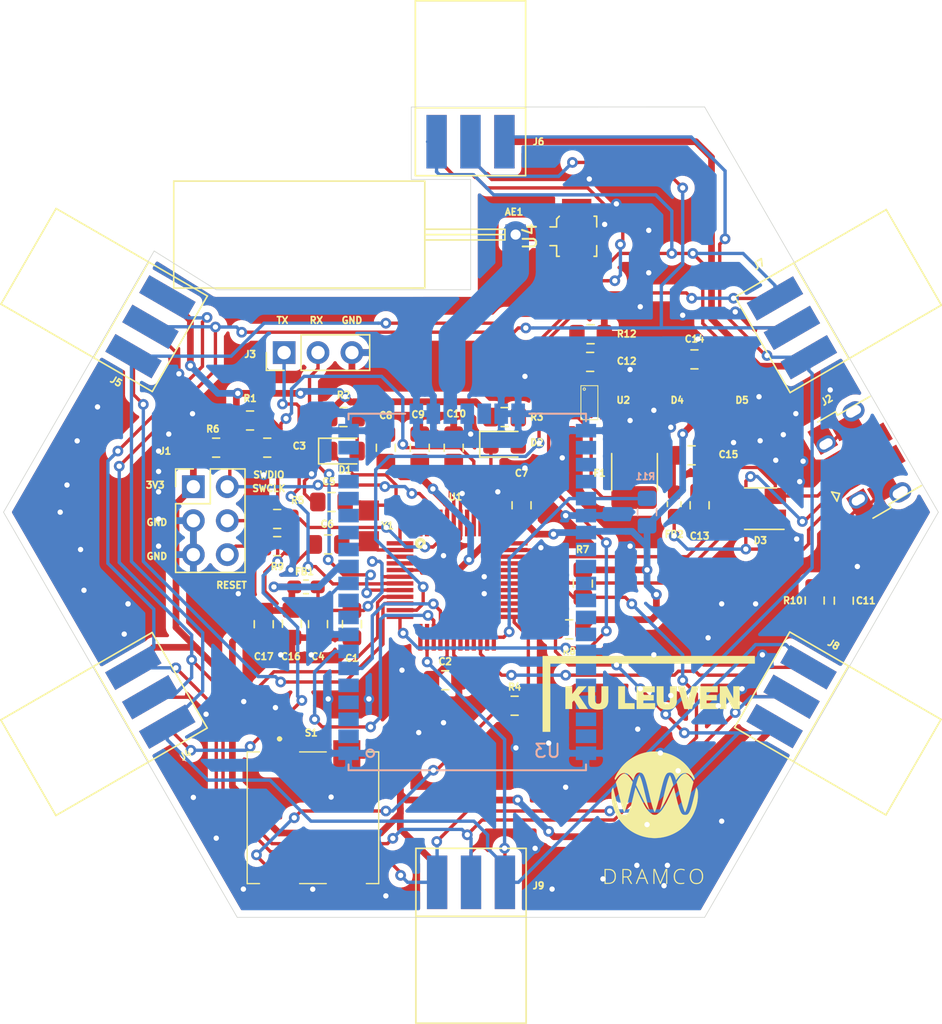
<source format=kicad_pcb>
(kicad_pcb (version 20171130) (host pcbnew "(5.1.5)-3")
  (layers (0 F.Cu signal) (31 B.Cu signal) (34 B.Paste user) (35 F.Paste user) (36 B.SilkS user) (37 F.SilkS user) (38 B.Mask user) (39 F.Mask user) (44 Edge.Cuts user))
  (net 0 "")
  (net 1 GND)
  (net 2 3V3)
  (net 3 "Net-(D1-Pad2)")
  (net 4 "Net-(D2-Pad2)")
  (net 5 TARGET_USB_P)
  (net 6 TARGET_USB_N)
  (net 7 VUSB)
  (net 8 SCL)
  (net 9 SDA)
  (net 10 RESETRN2483)
  (net 11 SAMD21_RESET3.6A)
  (net 12 "Net-(U2-Pad4)")
  (net 13 EXTINT4)
  (net 14 EXTINT5)
  (net 15 EXTINT6)
  (net 16 EXTINT7)
  (net 17 EXTINT8)
  (net 18 EXTINT9)
  (net 19 VBAT)
  (net 20 "Net-(U1-Pad3)")
  (net 21 "Net-(U1-Pad4)")
  (net 22 "Net-(U1-Pad19)")
  (net 23 "Net-(U1-Pad20)")
  (net 24 "Net-(U3-Pad46)")
  (net 25 "Net-(U3-Pad45)")
  (net 26 "Net-(U3-Pad44)")
  (net 27 "Net-(U3-Pad43)")
  (net 28 "Net-(U3-Pad42)")
  (net 29 "Net-(U3-Pad40)")
  (net 30 "Net-(U3-Pad39)")
  (net 31 "Net-(U3-Pad38)")
  (net 32 "Net-(U3-Pad37)")
  (net 33 "Net-(U3-Pad36)")
  (net 34 "Net-(U3-Pad35)")
  (net 35 "Net-(U3-Pad31)")
  (net 36 "Net-(U3-Pad30)")
  (net 37 "Net-(U3-Pad29)")
  (net 38 "Net-(U3-Pad25)")
  (net 39 "Net-(U3-Pad19)")
  (net 40 "Net-(U3-Pad18)")
  (net 41 "Net-(U3-Pad17)")
  (net 42 "Net-(U3-Pad16)")
  (net 43 "Net-(U3-Pad15)")
  (net 44 "Net-(U3-Pad14)")
  (net 45 "Net-(U3-Pad13)")
  (net 46 "Net-(U3-Pad10)")
  (net 47 "Net-(U3-Pad9)")
  (net 48 "Net-(U3-Pad5)")
  (net 49 "Net-(U3-Pad4)")
  (net 50 "Net-(U3-Pad3)")
  (net 51 "Net-(U3-Pad2)")
  (net 52 "Net-(AE1-Pad1)")
  (net 53 "Net-(C5-Pad1)")
  (net 54 "Net-(C6-Pad1)")
  (net 55 RXLED)
  (net 56 TXLED)
  (net 57 SWDIO)
  (net 58 SWCLK)
  (net 59 "Net-(J1-Pad6)")
  (net 60 "Net-(J2-Pad4)")
  (net 61 TXDofSAMD21)
  (net 62 RXDofSAMD21)
  (net 63 "Net-(U1-Pad26)")
  (net 64 "Net-(U1-Pad27)")
  (net 65 "Net-(U1-Pad28)")
  (net 66 "Net-(U1-Pad29)")
  (net 67 "Net-(U1-Pad30)")
  (net 68 "Net-(U1-Pad47)")
  (net 69 "Net-(U1-Pad21)")
  (net 70 "Net-(U1-Pad37)")
  (net 71 "Net-(U1-Pad38)")
  (net 72 "Net-(U1-Pad41)")
  (net 73 "Net-(C11-Pad1)")
  (net 74 "Net-(J1-Pad4)")
  (net 75 DEBUGTX)
  (net 76 DEBUGRX)
  (net 77 DEBUGLED)
  (net 78 "Net-(U1-Pad23)")
  (net 79 "Net-(U1-Pad13)")
  (net 80 "Net-(C15-Pad1)")
  (net 81 "Net-(C1-Pad1)")
  (net 82 "Net-(C10-Pad2)")
  (net 83 "Net-(C13-Pad1)")
  (net 84 "Net-(C14-Pad1)")
  (net 85 "Net-(R4-Pad1)")
  (module logoDramco2:logoDramco2 (layer F.Cu) (at 171.196 113.792)
    (fp_text reference G*** hide)
    (fp_text value LOGO hide)
  )
  (module logoKuleuven2:logoKuleuven2 (layer F.Cu) (at 170.815 104.521)
    (fp_text reference G*** hide)
    (fp_text value LOGO hide)
  )
  (module helixAntenna:helixAntenna (layer F.Cu) (at 160.8455 70.1675 90)
    (fp_text reference AE1 (at 1.6891 -0.11938 180) (layer F.SilkS) (effects (font (size 0.5 0.5) (thickness 0.125))))
    (fp_text value Antenna)
    (pad 1 thru_hole rect (at 0 0 90) (size 1.524 1.524) (drill 0.762) (layers *.Cu *.Mask) (net 52 "Net-(AE1-Pad1)"))
  )
  (module USB_Micro:USB_Micro (layer F.Cu) (at 189.45098 91.7575 120)
    (fp_text reference J2 (at 10.624419 0.012967 210) (layer F.SilkS) (effects (font (size 0.5 0.5) (thickness 0.125))))
    (fp_text value USB_B_Micro)
    (fp_text user " " (at 7.3479 -3.15926 120) (layer F.SilkS))
    (pad 6 smd rect (at 4.4379 1.59074 210) (size 2.5 1.43) (layers F.Cu F.Paste F.Mask) (net 73 "Net-(C11-Pad1)"))
    (pad 6 smd rect (at 2.5479 -1.65926 120) (size 2 1.5) (layers F.Cu F.Paste F.Mask) (net 73 "Net-(C11-Pad1)"))
    (pad 6 smd rect (at 8.1479 0.39074 120) (size 1.35 2) (layers F.Cu F.Paste F.Mask) (net 73 "Net-(C11-Pad1)"))
    (pad 6 smd rect (at 2.6679 0.39074 120) (size 1.35 2) (layers F.Cu F.Paste F.Mask) (net 73 "Net-(C11-Pad1)"))
    (pad 3 smd rect (at 5.3979 -1.55926 210) (size 1.65 0.4) (layers F.Cu F.Paste F.Mask) (net 5 TARGET_USB_P))
    (pad 6 thru_hole oval (at 8.8979 1.32074 210) (size 1.7 1.35) (drill oval 1.2 0.7) (layers *.Cu *.Mask) (net 73 "Net-(C11-Pad1)"))
    (pad 6 thru_hole oval (at 2.9779 -1.67926 210) (size 1.5 1.1) (drill oval 1.05 0.65) (layers *.Cu *.Mask) (net 73 "Net-(C11-Pad1)"))
    (pad 6 thru_hole oval (at 7.8179 -1.67926 210) (size 1.5 1.1) (drill oval 1.05 0.65) (layers *.Cu *.Mask) (net 73 "Net-(C11-Pad1)"))
    (pad 5 smd rect (at 6.6979 -1.55926 210) (size 1.65 0.4) (layers F.Cu F.Paste F.Mask) (net 1 GND))
    (pad 4 smd rect (at 6.0479 -1.55926 210) (size 1.65 0.4) (layers F.Cu F.Paste F.Mask) (net 60 "Net-(J2-Pad4)"))
    (pad 6 smd rect (at 8.3979 -0.35926 120) (size 1.825 0.7) (layers F.Cu F.Paste F.Mask) (net 73 "Net-(C11-Pad1)"))
    (pad 1 smd rect (at 4.0979 -1.55926 210) (size 1.65 0.4) (layers F.Cu F.Paste F.Mask) (net 83 "Net-(C13-Pad1)"))
    (pad 6 smd rect (at 8.2979 -1.67926 120) (size 2 1.5) (layers F.Cu F.Paste F.Mask) (net 73 "Net-(C11-Pad1)"))
    (pad 6 smd rect (at 2.4479 -0.35926 120) (size 1.825 0.7) (layers F.Cu F.Paste F.Mask) (net 73 "Net-(C11-Pad1)"))
    (pad 2 smd rect (at 4.7479 -1.55926 210) (size 1.65 0.4) (layers F.Cu F.Paste F.Mask) (net 6 TARGET_USB_N))
    (pad 6 thru_hole oval (at 1.8979 1.32074 210) (size 1.7 1.35) (drill oval 1.2 0.7) (layers *.Cu *.Mask) (net 73 "Net-(C11-Pad1)"))
    (pad 6 smd rect (at 6.3579 1.59074 210) (size 2.5 1.43) (layers F.Cu F.Paste F.Mask) (net 73 "Net-(C11-Pad1)"))
  )
  (module Resistor_SMD:R_0805_2012Metric_Pad1.15x1.40mm_HandSolder (layer F.Cu) (at 147.955 83.82)
    (fp_text reference R2 (at 0 -1.65) (layer F.SilkS) (effects (font (size 0.5 0.5) (thickness 0.125))))
    (fp_text value 470)
    (pad 2 smd roundrect (at 1.025 0) (size 1.15 1.4) (layers F.Cu F.Paste F.Mask) (roundrect_rratio 0.217391) (net 3 "Net-(D1-Pad2)"))
    (pad 1 smd roundrect (at -1.025 0) (size 1.15 1.4) (layers F.Cu F.Paste F.Mask) (roundrect_rratio 0.217391) (net 2 3V3))
  )
  (module RN2483:RN2483 (layer B.Cu) (at 166.116 110.236 180)
    (fp_text reference U3 (at 2.8956 1.4478) (layer B.SilkS) (effects (justify mirror)))
    (fp_text value RN2483 hide)
    (pad 47 smd rect (at 0 1.27 180) (size 1.524 1.016) (layers B.Cu B.Paste B.Mask) (net 1 GND))
    (pad 46 smd rect (at 0 2.54 180) (size 1.524 1.016) (layers B.Cu B.Paste B.Mask) (net 24 "Net-(U3-Pad46)"))
    (pad 45 smd rect (at 0 3.81 180) (size 1.524 1.016) (layers B.Cu B.Paste B.Mask) (net 25 "Net-(U3-Pad45)"))
    (pad 44 smd rect (at 0 5.08 180) (size 1.524 1.016) (layers B.Cu B.Paste B.Mask) (net 26 "Net-(U3-Pad44)"))
    (pad 43 smd rect (at 0 6.35 180) (size 1.524 1.016) (layers B.Cu B.Paste B.Mask) (net 27 "Net-(U3-Pad43)"))
    (pad 42 smd rect (at 0 7.62 180) (size 1.524 1.016) (layers B.Cu B.Paste B.Mask) (net 28 "Net-(U3-Pad42)"))
    (pad 41 smd rect (at 0 8.89 180) (size 1.524 1.016) (layers B.Cu B.Paste B.Mask) (net 1 GND))
    (pad 40 smd rect (at 0 10.16 180) (size 1.524 1.016) (layers B.Cu B.Paste B.Mask) (net 29 "Net-(U3-Pad40)"))
    (pad 39 smd rect (at 0 11.43 180) (size 1.524 1.016) (layers B.Cu B.Paste B.Mask) (net 30 "Net-(U3-Pad39)"))
    (pad 38 smd rect (at 0 12.7 180) (size 1.524 1.016) (layers B.Cu B.Paste B.Mask) (net 31 "Net-(U3-Pad38)"))
    (pad 37 smd rect (at 0 13.97 180) (size 1.524 1.016) (layers B.Cu B.Paste B.Mask) (net 32 "Net-(U3-Pad37)"))
    (pad 36 smd rect (at 0 15.24 180) (size 1.524 1.016) (layers B.Cu B.Paste B.Mask) (net 33 "Net-(U3-Pad36)"))
    (pad 35 smd rect (at 0 16.51 180) (size 1.524 1.016) (layers B.Cu B.Paste B.Mask) (net 34 "Net-(U3-Pad35)"))
    (pad 34 smd rect (at 0 17.78 180) (size 1.524 1.016) (layers B.Cu B.Paste B.Mask) (net 2 3V3))
    (pad 33 smd rect (at 0 19.05 180) (size 1.524 1.016) (layers B.Cu B.Paste B.Mask) (net 1 GND))
    (pad 32 smd rect (at 0 20.32 180) (size 1.524 1.016) (layers B.Cu B.Paste B.Mask) (net 10 RESETRN2483))
    (pad 31 smd rect (at 0 21.59 180) (size 1.524 1.016) (layers B.Cu B.Paste B.Mask) (net 35 "Net-(U3-Pad31)"))
    (pad 30 smd rect (at 0 22.86 180) (size 1.524 1.016) (layers B.Cu B.Paste B.Mask) (net 36 "Net-(U3-Pad30)"))
    (pad 29 smd rect (at 0 24.13 180) (size 1.524 1.016) (layers B.Cu B.Paste B.Mask) (net 37 "Net-(U3-Pad29)"))
    (pad 28 smd rect (at 0 25.4 180) (size 1.524 1.016) (layers B.Cu B.Paste B.Mask) (net 1 GND))
    (pad 20 smd rect (at 17.78 25.4 180) (size 1.524 1.016) (layers B.Cu B.Paste B.Mask) (net 1 GND))
    (pad 27 smd rect (at 5.08 26.67 180) (size 1.016 1.524) (layers B.Cu B.Paste B.Mask) (net 1 GND))
    (pad 26 smd rect (at 6.35 26.67 180) (size 1.016 1.524) (layers B.Cu B.Paste B.Mask) (net 1 GND))
    (pad 25 smd rect (at 7.62 26.67 180) (size 1.016 1.524) (layers B.Cu B.Paste B.Mask) (net 38 "Net-(U3-Pad25)"))
    (pad 24 smd rect (at 8.89 26.67 180) (size 1.016 1.524) (layers B.Cu B.Paste B.Mask) (net 1 GND))
    (pad 23 smd rect (at 10.16 26.67 180) (size 1.016 1.524) (layers B.Cu B.Paste B.Mask) (net 52 "Net-(AE1-Pad1)"))
    (pad 22 smd rect (at 11.43 26.67 180) (size 1.016 1.524) (layers B.Cu B.Paste B.Mask) (net 1 GND))
    (pad 21 smd rect (at 12.7 26.67 180) (size 1.016 1.524) (layers B.Cu B.Paste B.Mask) (net 1 GND))
    (pad 19 smd rect (at 17.78 24.13 180) (size 1.524 1.016) (layers B.Cu B.Paste B.Mask) (net 39 "Net-(U3-Pad19)"))
    (pad 18 smd rect (at 17.78 22.86 180) (size 1.524 1.016) (layers B.Cu B.Paste B.Mask) (net 40 "Net-(U3-Pad18)"))
    (pad 17 smd rect (at 17.78 21.59 180) (size 1.524 1.016) (layers B.Cu B.Paste B.Mask) (net 41 "Net-(U3-Pad17)"))
    (pad 16 smd rect (at 17.78 20.32 180) (size 1.524 1.016) (layers B.Cu B.Paste B.Mask) (net 42 "Net-(U3-Pad16)"))
    (pad 15 smd rect (at 17.78 19.05 180) (size 1.524 1.016) (layers B.Cu B.Paste B.Mask) (net 43 "Net-(U3-Pad15)"))
    (pad 14 smd rect (at 17.78 17.78 180) (size 1.524 1.016) (layers B.Cu B.Paste B.Mask) (net 44 "Net-(U3-Pad14)"))
    (pad 13 smd rect (at 17.78 16.51 180) (size 1.524 1.016) (layers B.Cu B.Paste B.Mask) (net 45 "Net-(U3-Pad13)"))
    (pad 12 smd rect (at 17.78 15.24 180) (size 1.524 1.016) (layers B.Cu B.Paste B.Mask) (net 2 3V3))
    (pad 11 smd rect (at 17.78 13.97 180) (size 1.524 1.016) (layers B.Cu B.Paste B.Mask) (net 1 GND))
    (pad 10 smd rect (at 17.78 12.7 180) (size 1.524 1.016) (layers B.Cu B.Paste B.Mask) (net 46 "Net-(U3-Pad10)"))
    (pad 9 smd rect (at 17.78 11.43 180) (size 1.524 1.016) (layers B.Cu B.Paste B.Mask) (net 47 "Net-(U3-Pad9)"))
    (pad 8 smd rect (at 17.78 10.16 180) (size 1.524 1.016) (layers B.Cu B.Paste B.Mask) (net 1 GND))
    (pad 7 smd rect (at 17.78 8.89 180) (size 1.524 1.016) (layers B.Cu B.Paste B.Mask) (net 61 TXDofSAMD21))
    (pad 6 smd rect (at 17.78 7.62 180) (size 1.524 1.016) (layers B.Cu B.Paste B.Mask) (net 62 RXDofSAMD21))
    (pad 5 smd rect (at 17.78 6.35 180) (size 1.524 1.016) (layers B.Cu B.Paste B.Mask) (net 48 "Net-(U3-Pad5)"))
    (pad 4 smd rect (at 17.78 5.08 180) (size 1.524 1.016) (layers B.Cu B.Paste B.Mask) (net 49 "Net-(U3-Pad4)"))
    (pad 3 smd rect (at 17.78 3.81 180) (size 1.524 1.016) (layers B.Cu B.Paste B.Mask) (net 50 "Net-(U3-Pad3)"))
    (pad 2 smd rect (at 17.78 2.54 180) (size 1.524 1.016) (layers B.Cu B.Paste B.Mask) (net 51 "Net-(U3-Pad2)"))
    (pad 1 smd rect (at 17.78 1.27 180) (size 1.524 1.016) (layers B.Cu B.Paste B.Mask) (net 1 GND))
  )
  (module MSMF050:MSMF050 (layer F.Cu) (at 169.75074 87.93226 90)
    (fp_text reference F1 (at -0.07874 -2.61874 180) (layer F.SilkS) (effects (font (size 0.5 0.5) (thickness 0.125))))
    (fp_text value MF-MSMF050-2)
    (pad 2 smd roundrect (at 1.905 -0.033 90) (size 1.7 3.4) (layers F.Cu F.Paste F.Mask) (roundrect_rratio 0.192) (net 80 "Net-(C15-Pad1)"))
    (pad 1 smd roundrect (at -1.905 -0.033 90) (size 1.7 3.4) (layers F.Cu F.Paste F.Mask) (roundrect_rratio 0.192) (net 7 VUSB))
  )
  (module SAMD21G18AGroot:samd21 (layer F.Cu) (at 156.464 96.012)
    (fp_text reference U1 (at -0.127 -6.223) (layer F.SilkS) (effects (font (size 0.5 0.5) (thickness 0.125))))
    (fp_text value SAMD21G18A hide)
    (pad 48 smd rect (at -2.75 -4.275) (size 0.32 2) (layers F.Cu F.Paste F.Mask) (net 55 RXLED))
    (pad 47 smd rect (at -2.25 -4.275) (size 0.32 2) (layers F.Cu F.Paste F.Mask) (net 68 "Net-(U1-Pad47)"))
    (pad 46 smd rect (at -1.75 -4.275) (size 0.32 2) (layers F.Cu F.Paste F.Mask) (net 57 SWDIO))
    (pad 45 smd rect (at -1.25 -4.275) (size 0.32 2) (layers F.Cu F.Paste F.Mask) (net 58 SWCLK))
    (pad 44 smd rect (at -0.75 -4.275) (size 0.32 2) (layers F.Cu F.Paste F.Mask) (net 2 3V3))
    (pad 43 smd rect (at -0.25 -4.275) (size 0.32 2) (layers F.Cu F.Paste F.Mask) (net 82 "Net-(C10-Pad2)"))
    (pad 42 smd rect (at 0.25 -4.275) (size 0.32 2) (layers F.Cu F.Paste F.Mask) (net 1 GND))
    (pad 41 smd rect (at 0.75 -4.275) (size 0.32 2) (layers F.Cu F.Paste F.Mask) (net 72 "Net-(U1-Pad41)"))
    (pad 40 smd rect (at 1.25 -4.275) (size 0.32 2) (layers F.Cu F.Paste F.Mask) (net 11 SAMD21_RESET3.6A))
    (pad 39 smd rect (at 1.75 -4.275) (size 0.32 2) (layers F.Cu F.Paste F.Mask) (net 56 TXLED))
    (pad 38 smd rect (at 2.25 -4.275) (size 0.32 2) (layers F.Cu F.Paste F.Mask) (net 71 "Net-(U1-Pad38)"))
    (pad 37 smd rect (at 2.75 -4.275) (size 0.32 2) (layers F.Cu F.Paste F.Mask) (net 70 "Net-(U1-Pad37)"))
    (pad 36 smd rect (at 4.275 -2.75) (size 2 0.32) (layers F.Cu F.Paste F.Mask) (net 2 3V3))
    (pad 35 smd rect (at 4.275 -2.25) (size 2 0.32) (layers F.Cu F.Paste F.Mask) (net 1 GND))
    (pad 34 smd rect (at 4.275 -1.75) (size 2 0.32) (layers F.Cu F.Paste F.Mask) (net 5 TARGET_USB_P))
    (pad 33 smd rect (at 4.275 -1.25) (size 2 0.32) (layers F.Cu F.Paste F.Mask) (net 6 TARGET_USB_N))
    (pad 32 smd rect (at 4.275 -0.75) (size 2 0.32) (layers F.Cu F.Paste F.Mask) (net 8 SCL))
    (pad 31 smd rect (at 4.275 -0.25) (size 2 0.32) (layers F.Cu F.Paste F.Mask) (net 9 SDA))
    (pad 30 smd rect (at 4.275 0.25) (size 2 0.32) (layers F.Cu F.Paste F.Mask) (net 67 "Net-(U1-Pad30)"))
    (pad 29 smd rect (at 4.275 0.75) (size 2 0.32) (layers F.Cu F.Paste F.Mask) (net 66 "Net-(U1-Pad29)"))
    (pad 28 smd rect (at 4.275 1.25) (size 2 0.32) (layers F.Cu F.Paste F.Mask) (net 65 "Net-(U1-Pad28)"))
    (pad 27 smd rect (at 4.275 1.75) (size 2 0.32) (layers F.Cu F.Paste F.Mask) (net 64 "Net-(U1-Pad27)"))
    (pad 26 smd rect (at 4.275 2.25) (size 2 0.32) (layers F.Cu F.Paste F.Mask) (net 63 "Net-(U1-Pad26)"))
    (pad 25 smd rect (at 4.275 2.75) (size 2 0.32) (layers F.Cu F.Paste F.Mask) (net 77 DEBUGLED))
    (pad 24 smd rect (at 2.75 4.275) (size 0.32 2) (layers F.Cu F.Paste F.Mask) (net 10 RESETRN2483))
    (pad 23 smd rect (at 2.25 4.275) (size 0.32 2) (layers F.Cu F.Paste F.Mask) (net 78 "Net-(U1-Pad23)"))
    (pad 22 smd rect (at 1.75 4.275) (size 0.32 2) (layers F.Cu F.Paste F.Mask) (net 17 EXTINT8))
    (pad 21 smd rect (at 1.25 4.275) (size 0.32 2) (layers F.Cu F.Paste F.Mask) (net 69 "Net-(U1-Pad21)"))
    (pad 20 smd rect (at 0.75 4.275) (size 0.32 2) (layers F.Cu F.Paste F.Mask) (net 23 "Net-(U1-Pad20)"))
    (pad 19 smd rect (at 0.25 4.275) (size 0.32 2) (layers F.Cu F.Paste F.Mask) (net 22 "Net-(U1-Pad19)"))
    (pad 18 smd rect (at -0.25 4.275) (size 0.32 2) (layers F.Cu F.Paste F.Mask) (net 1 GND))
    (pad 17 smd rect (at -0.75 4.275) (size 0.32 2) (layers F.Cu F.Paste F.Mask) (net 2 3V3))
    (pad 16 smd rect (at -1.25 4.275) (size 0.32 2) (layers F.Cu F.Paste F.Mask) (net 62 RXDofSAMD21))
    (pad 15 smd rect (at -1.75 4.275) (size 0.32 2) (layers F.Cu F.Paste F.Mask) (net 61 TXDofSAMD21))
    (pad 14 smd rect (at -2.25 4.275) (size 0.32 2) (layers F.Cu F.Paste F.Mask) (net 18 EXTINT9))
    (pad 13 smd rect (at -2.75 4.275) (size 0.32 2) (layers F.Cu F.Paste F.Mask) (net 79 "Net-(U1-Pad13)"))
    (pad 12 smd rect (at -4.275 2.75) (size 2 0.32) (layers F.Cu F.Paste F.Mask) (net 16 EXTINT7))
    (pad 11 smd rect (at -4.275 2.25) (size 2 0.32) (layers F.Cu F.Paste F.Mask) (net 15 EXTINT6))
    (pad 10 smd rect (at -4.275 1.75) (size 2 0.32) (layers F.Cu F.Paste F.Mask) (net 14 EXTINT5))
    (pad 9 smd rect (at -4.275 1.25) (size 2 0.32) (layers F.Cu F.Paste F.Mask) (net 13 EXTINT4))
    (pad 8 smd rect (at -4.275 0.75) (size 2 0.32) (layers F.Cu F.Paste F.Mask) (net 76 DEBUGRX))
    (pad 7 smd rect (at -4.275 0.25) (size 2 0.32) (layers F.Cu F.Paste F.Mask) (net 75 DEBUGTX))
    (pad 6 smd rect (at -4.275 -0.25) (size 2 0.32) (layers F.Cu F.Paste F.Mask) (net 81 "Net-(C1-Pad1)"))
    (pad 5 smd rect (at -4.275 -0.75) (size 2 0.32) (layers F.Cu F.Paste F.Mask) (net 1 GND))
    (pad 4 smd rect (at -4.275 -1.25) (size 2 0.32) (layers F.Cu F.Paste F.Mask) (net 21 "Net-(U1-Pad4)"))
    (pad 3 smd rect (at -4.275 -1.75) (size 2 0.32) (layers F.Cu F.Paste F.Mask) (net 20 "Net-(U1-Pad3)"))
    (pad 2 smd rect (at -4.275 -2.25) (size 2 0.32) (layers F.Cu F.Paste F.Mask) (net 54 "Net-(C6-Pad1)"))
    (pad 1 smd rect (at -4.275 -2.75) (size 2 0.32) (layers F.Cu F.Paste F.Mask) (net 53 "Net-(C5-Pad1)"))
  )
  (module Capacitor_SMD:C_0805_2012Metric_Pad1.15x1.40mm_HandSolder (layer F.Cu) (at 161.29 90.415 270)
    (fp_text reference C7 (at -2.404 0 180) (layer F.SilkS) (effects (font (size 0.5 0.5) (thickness 0.125))))
    (fp_text value "100 nF")
    (pad 1 smd roundrect (at -1.025 0 270) (size 1.15 1.4) (layers F.Cu F.Paste F.Mask) (roundrect_rratio 0.217391) (net 1 GND))
    (pad 2 smd roundrect (at 1.025 0 270) (size 1.15 1.4) (layers F.Cu F.Paste F.Mask) (roundrect_rratio 0.217391) (net 2 3V3))
  )
  (module Capacitor_SMD:C_0805_2012Metric_Pad1.15x1.40mm_HandSolder (layer F.Cu) (at 146.05 99.305 270)
    (fp_text reference C4 (at 2.422 0 180) (layer F.SilkS) (effects (font (size 0.5 0.5) (thickness 0.125))))
    (fp_text value "10 µF")
    (pad 1 smd roundrect (at -1.025 0 270) (size 1.15 1.4) (layers F.Cu F.Paste F.Mask) (roundrect_rratio 0.217391) (net 81 "Net-(C1-Pad1)"))
    (pad 2 smd roundrect (at 1.025 0 270) (size 1.15 1.4) (layers F.Cu F.Paste F.Mask) (roundrect_rratio 0.217391) (net 1 GND))
  )
  (module Capacitor_SMD:C_0805_2012Metric_Pad1.15x1.40mm_HandSolder (layer F.Cu) (at 148.59 99.305 270)
    (fp_text reference C1 (at 2.549 0 180) (layer F.SilkS) (effects (font (size 0.5 0.5) (thickness 0.125))))
    (fp_text value "100 nF")
    (pad 2 smd roundrect (at 1.025 0 270) (size 1.15 1.4) (layers F.Cu F.Paste F.Mask) (roundrect_rratio 0.217391) (net 1 GND))
    (pad 1 smd roundrect (at -1.025 0 270) (size 1.15 1.4) (layers F.Cu F.Paste F.Mask) (roundrect_rratio 0.217391) (net 81 "Net-(C1-Pad1)"))
  )
  (module Resistor_SMD:R_0805_2012Metric_Pad1.15x1.40mm_HandSolder (layer F.Cu) (at 160.02 83.82)
    (fp_text reference R3 (at 2.413 0) (layer F.SilkS) (effects (font (size 0.5 0.5) (thickness 0.125))))
    (fp_text value 470)
    (pad 1 smd roundrect (at -1.025 0) (size 1.15 1.4) (layers F.Cu F.Paste F.Mask) (roundrect_rratio 0.217391) (net 2 3V3))
    (pad 2 smd roundrect (at 1.025 0) (size 1.15 1.4) (layers F.Cu F.Paste F.Mask) (roundrect_rratio 0.217391) (net 4 "Net-(D2-Pad2)"))
  )
  (module Capacitor_SMD:C_0805_2012Metric_Pad1.15x1.40mm_HandSolder (layer F.Cu) (at 155.575 103.505)
    (fp_text reference C2 (at 0 -1.397) (layer F.SilkS) (effects (font (size 0.5 0.5) (thickness 0.125))))
    (fp_text value 100nF)
    (pad 2 smd roundrect (at 1.025 0) (size 1.15 1.4) (layers F.Cu F.Paste F.Mask) (roundrect_rratio 0.217391) (net 1 GND))
    (pad 1 smd roundrect (at -1.025 0) (size 1.15 1.4) (layers F.Cu F.Paste F.Mask) (roundrect_rratio 0.217391) (net 2 3V3))
  )
  (module Capacitor_SMD:C_0805_2012Metric_Pad1.15x1.40mm_HandSolder (layer F.Cu) (at 185.42 97.5524 270)
    (fp_text reference C11 (at 0 -1.65 180) (layer F.SilkS) (effects (font (size 0.5 0.5) (thickness 0.125))))
    (fp_text value DNP)
    (pad 1 smd roundrect (at -1.025 0 270) (size 1.15 1.4) (layers F.Cu F.Paste F.Mask) (roundrect_rratio 0.217391) (net 73 "Net-(C11-Pad1)"))
    (pad 2 smd roundrect (at 1.025 0 270) (size 1.15 1.4) (layers F.Cu F.Paste F.Mask) (roundrect_rratio 0.217391) (net 1 GND))
  )
  (module Capacitor_SMD:C_0805_2012Metric_Pad1.15x1.40mm_HandSolder (layer F.Cu) (at 147.057 90.17 180)
    (fp_text reference C5 (at 0.1905 1.524) (layer F.SilkS) (effects (font (size 0.5 0.5) (thickness 0.125))))
    (fp_text value "12 pF")
    (pad 1 smd roundrect (at -1.025 0 180) (size 1.15 1.4) (layers F.Cu F.Paste F.Mask) (roundrect_rratio 0.217391) (net 53 "Net-(C5-Pad1)"))
    (pad 2 smd roundrect (at 1.025 0 180) (size 1.15 1.4) (layers F.Cu F.Paste F.Mask) (roundrect_rratio 0.217391) (net 1 GND))
  )
  (module Capacitor_SMD:C_0805_2012Metric_Pad1.15x1.40mm_HandSolder (layer F.Cu) (at 146.803 93.345 180)
    (fp_text reference C6 (at 0.0635 1.524) (layer F.SilkS) (effects (font (size 0.5 0.5) (thickness 0.125))))
    (fp_text value "12 pF")
    (pad 2 smd roundrect (at 1.025 0 180) (size 1.15 1.4) (layers F.Cu F.Paste F.Mask) (roundrect_rratio 0.217391) (net 1 GND))
    (pad 1 smd roundrect (at -1.025 0 180) (size 1.15 1.4) (layers F.Cu F.Paste F.Mask) (roundrect_rratio 0.217391) (net 54 "Net-(C6-Pad1)"))
  )
  (module Capacitor_SMD:C_0805_2012Metric_Pad1.15x1.40mm_HandSolder (layer F.Cu) (at 174.625 90.415 90)
    (fp_text reference C13 (at -2.295 0 180) (layer F.SilkS) (effects (font (size 0.5 0.5) (thickness 0.125))))
    (fp_text value "4.7 nF")
    (pad 2 smd roundrect (at 1.025 0 90) (size 1.15 1.4) (layers F.Cu F.Paste F.Mask) (roundrect_rratio 0.217391) (net 1 GND))
    (pad 1 smd roundrect (at -1.025 0 90) (size 1.15 1.4) (layers F.Cu F.Paste F.Mask) (roundrect_rratio 0.217391) (net 83 "Net-(C13-Pad1)"))
  )
  (module Capacitor_SMD:C_0805_2012Metric_Pad1.15x1.40mm_HandSolder (layer F.Cu) (at 174.02672 86.68004)
    (fp_text reference C15 (at 2.75728 -0.06604) (layer F.SilkS) (effects (font (size 0.5 0.5) (thickness 0.125))))
    (fp_text value "4.7 nF")
    (pad 2 smd roundrect (at 1.025 0) (size 1.15 1.4) (layers F.Cu F.Paste F.Mask) (roundrect_rratio 0.217391) (net 1 GND))
    (pad 1 smd roundrect (at -1.025 0) (size 1.15 1.4) (layers F.Cu F.Paste F.Mask) (roundrect_rratio 0.217391) (net 80 "Net-(C15-Pad1)"))
  )
  (module Capacitor_SMD:C_0805_2012Metric_Pad1.15x1.40mm_HandSolder (layer F.Cu) (at 153.67 86.115 270)
    (fp_text reference C9 (at -2.4855 0.127 180) (layer F.SilkS) (effects (font (size 0.5 0.5) (thickness 0.125))))
    (fp_text value "100 nF")
    (pad 2 smd roundrect (at 1.025 0 270) (size 1.15 1.4) (layers F.Cu F.Paste F.Mask) (roundrect_rratio 0.217391) (net 2 3V3))
    (pad 1 smd roundrect (at -1.025 0 270) (size 1.15 1.4) (layers F.Cu F.Paste F.Mask) (roundrect_rratio 0.217391) (net 1 GND))
  )
  (module Capacitor_SMD:C_0805_2012Metric_Pad1.15x1.40mm_HandSolder (layer F.Cu) (at 156.21 86.115 270)
    (fp_text reference C10 (at -2.549 -0.1905 180) (layer F.SilkS) (effects (font (size 0.5 0.5) (thickness 0.125))))
    (fp_text value "100 nF")
    (pad 1 smd roundrect (at -1.025 0 270) (size 1.15 1.4) (layers F.Cu F.Paste F.Mask) (roundrect_rratio 0.217391) (net 1 GND))
    (pad 2 smd roundrect (at 1.025 0 270) (size 1.15 1.4) (layers F.Cu F.Paste F.Mask) (roundrect_rratio 0.217391) (net 82 "Net-(C10-Pad2)"))
  )
  (module Capacitor_SMD:C_0805_2012Metric_Pad1.15x1.40mm_HandSolder (layer F.Cu) (at 166.42704 79.68996)
    (fp_text reference C12 (at 2.73696 -0.06096) (layer F.SilkS) (effects (font (size 0.5 0.5) (thickness 0.125))))
    (fp_text value "1 µF")
    (pad 1 smd roundrect (at -1.025 0) (size 1.15 1.4) (layers F.Cu F.Paste F.Mask) (roundrect_rratio 0.217391) (net 7 VUSB))
    (pad 2 smd roundrect (at 1.025 0) (size 1.15 1.4) (layers F.Cu F.Paste F.Mask) (roundrect_rratio 0.217391) (net 1 GND))
  )
  (module Capacitor_SMD:C_0805_2012Metric_Pad1.15x1.40mm_HandSolder (layer F.Cu) (at 174.235 79.502)
    (fp_text reference C14 (at 0.009 -1.524) (layer F.SilkS) (effects (font (size 0.5 0.5) (thickness 0.125))))
    (fp_text value "1 µF")
    (pad 2 smd roundrect (at 1.025 0) (size 1.15 1.4) (layers F.Cu F.Paste F.Mask) (roundrect_rratio 0.217391) (net 1 GND))
    (pad 1 smd roundrect (at -1.025 0) (size 1.15 1.4) (layers F.Cu F.Paste F.Mask) (roundrect_rratio 0.217391) (net 84 "Net-(C14-Pad1)"))
  )
  (module LED_SMD:LED_0805_2012Metric_Pad1.15x1.40mm_HandSolder (layer F.Cu) (at 147.955 86.36)
    (fp_text reference D1 (at 0.127 1.397) (layer F.SilkS) (effects (font (size 0.5 0.5) (thickness 0.125))))
    (fp_text value LED)
    (pad 2 smd roundrect (at 1.025 0) (size 1.15 1.4) (layers F.Cu F.Paste F.Mask) (roundrect_rratio 0.217391) (net 3 "Net-(D1-Pad2)"))
    (pad 1 smd roundrect (at -1.025 0) (size 1.15 1.4) (layers F.Cu F.Paste F.Mask) (roundrect_rratio 0.217391) (net 55 RXLED))
  )
  (module Package_TO_SOT_SMD:SOT-143 (layer F.Cu) (at 179.19192 90.66784 180)
    (fp_text reference D3 (at 0.02 -2.38) (layer F.SilkS) (effects (font (size 0.5 0.5) (thickness 0.125))))
    (fp_text value PRTR5V0U2X)
    (pad 1 smd rect (at -1.1 -0.77 90) (size 1.4 1.6) (layers F.Cu F.Paste F.Mask) (net 1 GND))
    (pad 2 smd rect (at -1.1 0.95 90) (size 1.2 1.6) (layers F.Cu F.Paste F.Mask) (net 5 TARGET_USB_P))
    (pad 3 smd rect (at 1.1 0.95 90) (size 1.2 1.6) (layers F.Cu F.Paste F.Mask) (net 6 TARGET_USB_N))
    (pad 4 smd rect (at 1.1 -0.95 90) (size 1.2 1.6) (layers F.Cu F.Paste F.Mask) (net 83 "Net-(C13-Pad1)"))
  )
  (module Resistor_SMD:R_0603_1608Metric_Pad1.05x0.95mm_HandSolder (layer F.Cu) (at 145.147 96.52)
    (fp_text reference FB1 (at -0.113 -1.143) (layer F.SilkS) (effects (font (size 0.5 0.5) (thickness 0.125))))
    (fp_text value BLM18PG471SN1)
    (pad 2 smd roundrect (at 0.875 0) (size 1.05 0.95) (layers F.Cu F.Paste F.Mask) (net 81 "Net-(C1-Pad1)"))
    (pad 1 smd roundrect (at -0.875 0) (size 1.05 0.95) (layers F.Cu F.Paste F.Mask) (net 2 3V3))
  )
  (module Resistor_SMD:R_0603_1608Metric_Pad1.05x0.95mm_HandSolder (layer F.Cu) (at 172.72 90.3338 270)
    (fp_text reference FB2 (at 2.2492 0 180) (layer F.SilkS) (effects (font (size 0.5 0.5) (thickness 0.125))))
    (fp_text value BLM18PG471SN1)
    (pad 1 smd roundrect (at -0.875 0 270) (size 1.05 0.95) (layers F.Cu F.Paste F.Mask) (net 80 "Net-(C15-Pad1)"))
    (pad 2 smd roundrect (at 0.875 0 270) (size 1.05 0.95) (layers F.Cu F.Paste F.Mask) (net 83 "Net-(C13-Pad1)"))
  )
  (module Resistor_SMD:R_0805_2012Metric_Pad1.15x1.40mm_HandSolder (layer F.Cu) (at 183.24068 97.54224 270)
    (fp_text reference R10 (at 0 1.63068 180) (layer F.SilkS) (effects (font (size 0.5 0.5) (thickness 0.125))))
    (fp_text value DNP)
    (pad 2 smd roundrect (at 1.025 0 270) (size 1.15 1.4) (layers F.Cu F.Paste F.Mask) (roundrect_rratio 0.217391) (net 1 GND))
    (pad 1 smd roundrect (at -1.025 0 270) (size 1.15 1.4) (layers F.Cu F.Paste F.Mask) (roundrect_rratio 0.217391) (net 73 "Net-(C11-Pad1)"))
  )
  (module Resistor_SMD:R_0805_2012Metric_Pad1.15x1.40mm_HandSolder (layer F.Cu) (at 165.88 96.275 270)
    (fp_text reference R7 (at -2.549 0.018 180) (layer F.SilkS) (effects (font (size 0.5 0.5) (thickness 0.125))))
    (fp_text value 10k)
    (pad 1 smd roundrect (at -1.025 0 270) (size 1.15 1.4) (layers F.Cu F.Paste F.Mask) (roundrect_rratio 0.217391) (net 2 3V3))
    (pad 2 smd roundrect (at 1.025 0 270) (size 1.15 1.4) (layers F.Cu F.Paste F.Mask) (roundrect_rratio 0.217391) (net 8 SCL))
  )
  (module Resistor_SMD:R_0805_2012Metric_Pad1.15x1.40mm_HandSolder (layer F.Cu) (at 164.855 99.695 180)
    (fp_text reference R8 (at 0 -1.65) (layer F.SilkS) (effects (font (size 0.5 0.5) (thickness 0.125))))
    (fp_text value 10k)
    (pad 2 smd roundrect (at 1.025 0 180) (size 1.15 1.4) (layers F.Cu F.Paste F.Mask) (roundrect_rratio 0.217391) (net 9 SDA))
    (pad 1 smd roundrect (at -1.025 0 180) (size 1.15 1.4) (layers F.Cu F.Paste F.Mask) (roundrect_rratio 0.217391) (net 2 3V3))
  )
  (module Resistor_SMD:R_0805_2012Metric_Pad1.15x1.40mm_HandSolder (layer B.Cu) (at 170.688 90.923 90)
    (fp_text reference R11 (at 2.658 -0.127) (layer B.SilkS) (effects (font (size 0.5 0.5) (thickness 0.125)) (justify mirror)))
    (fp_text value 10k)
    (pad 1 smd roundrect (at -1.025 0 90) (size 1.15 1.4) (layers B.Cu B.Paste B.Mask) (roundrect_rratio 0.217391) (net 2 3V3))
    (pad 2 smd roundrect (at 1.025 0 90) (size 1.15 1.4) (layers B.Cu B.Paste B.Mask) (roundrect_rratio 0.217391) (net 10 RESETRN2483))
  )
  (module cyrstalCM8V:crystelCM8V (layer F.Cu) (at 149.86 90.805 270)
    (fp_text reference Y1 (at 1.143 -1.397) (layer F.SilkS) (effects (font (size 0.5 0.5) (thickness 0.125))))
    (fp_text value "Crystal 32 kHz - CM8V")
    (pad 2 smd rect (at 2.3 0 270) (size 1.5 1.5) (layers F.Cu F.Paste F.Mask) (net 54 "Net-(C6-Pad1)"))
    (pad 1 smd rect (at 0 0 270) (size 1.5 1.5) (layers F.Cu F.Paste F.Mask) (net 53 "Net-(C5-Pad1)"))
  )
  (module Connector_PinHeader_2.54mm:PinHeader_2x03_P2.54mm_Vertical (layer F.Cu) (at 136.7155 89.027)
    (fp_text reference J1 (at -2.0955 -2.667) (layer F.SilkS) (effects (font (size 0.5 0.5) (thickness 0.125))))
    (fp_text value Conn_02x03_Odd_Even)
    (pad 6 thru_hole oval (at 2.54 5.08) (size 1.7 1.7) (drill 1) (layers *.Cu *.Mask) (net 59 "Net-(J1-Pad6)"))
    (pad 5 thru_hole oval (at 0 5.08) (size 1.7 1.7) (drill 1) (layers *.Cu *.Mask) (net 1 GND))
    (pad 4 thru_hole oval (at 2.54 2.54) (size 1.7 1.7) (drill 1) (layers *.Cu *.Mask) (net 74 "Net-(J1-Pad4)"))
    (pad 3 thru_hole oval (at 0 2.54) (size 1.7 1.7) (drill 1) (layers *.Cu *.Mask) (net 1 GND))
    (pad 2 thru_hole oval (at 2.54 0) (size 1.7 1.7) (drill 1) (layers *.Cu *.Mask) (net 57 SWDIO))
    (pad 1 thru_hole rect (at 0 0) (size 1.7 1.7) (drill 1) (layers *.Cu *.Mask) (net 2 3V3))
  )
  (module Resistor_SMD:R_0805_2012Metric_Pad1.15x1.40mm_HandSolder (layer F.Cu) (at 142.993 93.472 180)
    (fp_text reference R9 (at -0.009 -1.524) (layer F.SilkS) (effects (font (size 0.5 0.5) (thickness 0.125))))
    (fp_text value 330)
    (pad 1 smd roundrect (at -1.025 0 180) (size 1.15 1.4) (layers F.Cu F.Paste F.Mask) (roundrect_rratio 0.217391) (net 11 SAMD21_RESET3.6A))
    (pad 2 smd roundrect (at 1.025 0 180) (size 1.15 1.4) (layers F.Cu F.Paste F.Mask) (roundrect_rratio 0.217391) (net 59 "Net-(J1-Pad6)"))
  )
  (module Resistor_SMD:R_0805_2012Metric_Pad1.15x1.40mm_HandSolder (layer F.Cu) (at 166.4626 77.6224)
    (fp_text reference R12 (at 2.7014 -0.0254) (layer F.SilkS) (effects (font (size 0.5 0.5) (thickness 0.125))))
    (fp_text value 10k)
    (pad 2 smd roundrect (at 1.025 0) (size 1.15 1.4) (layers F.Cu F.Paste F.Mask) (roundrect_rratio 0.217391) (net 1 GND))
    (pad 1 smd roundrect (at -1.025 0) (size 1.15 1.4) (layers F.Cu F.Paste F.Mask) (roundrect_rratio 0.217391) (net 7 VUSB))
  )
  (module PMEG2005SOD323:PMEG2005 (layer F.Cu) (at 173.83252 83.49488 90)
    (fp_text reference D5 (at 0.94488 3.96748) (layer F.SilkS) (effects (font (size 0.5 0.5) (thickness 0.125))))
    (fp_text value PMEG2005AEA115)
    (pad 1 smd rect (at -0.381 2.667 90) (size 1.6 1) (layers F.Cu F.Paste F.Mask) (net 2 3V3))
    (pad 2 smd rect (at 1.905 2.667 90) (size 1.6 1) (layers F.Cu F.Paste F.Mask) (net 19 VBAT))
  )
  (module PMEG2005SOD323:PMEG2005 (layer F.Cu) (at 171.54144 83.49996 90)
    (fp_text reference D4 (at 0.94996 1.40462) (layer F.SilkS) (effects (font (size 0.5 0.5) (thickness 0.125))))
    (fp_text value PMEG2005AEA115)
    (pad 1 smd rect (at -0.381 2.667 90) (size 1.6 1) (layers F.Cu F.Paste F.Mask) (net 2 3V3))
    (pad 2 smd rect (at 1.905 2.667 90) (size 1.6 1) (layers F.Cu F.Paste F.Mask) (net 84 "Net-(C14-Pad1)"))
  )
  (module Capacitor_SMD:C_0805_2012Metric_Pad1.15x1.40mm_HandSolder (layer F.Cu) (at 142.249 86.106 180)
    (fp_text reference C3 (at -2.404 0.127) (layer F.SilkS) (effects (font (size 0.5 0.5) (thickness 0.125))))
    (fp_text value "100 nF")
    (pad 1 smd roundrect (at -1.025 0 180) (size 1.15 1.4) (layers F.Cu F.Paste F.Mask) (roundrect_rratio 0.217391) (net 11 SAMD21_RESET3.6A))
    (pad 2 smd roundrect (at 1.025 0 180) (size 1.15 1.4) (layers F.Cu F.Paste F.Mask) (roundrect_rratio 0.217391) (net 1 GND))
  )
  (module Capacitor_SMD:C_0805_2012Metric_Pad1.15x1.40mm_HandSolder (layer F.Cu) (at 144.0942 99.2796 270)
    (fp_text reference C16 (at 2.4474 0.0762 180) (layer F.SilkS) (effects (font (size 0.5 0.5) (thickness 0.125))))
    (fp_text value "100 nF")
    (pad 1 smd roundrect (at -1.025 0 270) (size 1.15 1.4) (layers F.Cu F.Paste F.Mask) (roundrect_rratio 0.217391) (net 2 3V3))
    (pad 2 smd roundrect (at 1.025 0 270) (size 1.15 1.4) (layers F.Cu F.Paste F.Mask) (roundrect_rratio 0.217391) (net 1 GND))
  )
  (module Capacitor_SMD:C_0805_2012Metric_Pad1.15x1.40mm_HandSolder (layer F.Cu) (at 141.986 99.3103 270)
    (fp_text reference C17 (at 2.4167 0 180) (layer F.SilkS) (effects (font (size 0.5 0.5) (thickness 0.125))))
    (fp_text value "10 uF")
    (pad 2 smd roundrect (at 1.025 0 270) (size 1.15 1.4) (layers F.Cu F.Paste F.Mask) (roundrect_rratio 0.217391) (net 1 GND))
    (pad 1 smd roundrect (at -1.025 0 270) (size 1.15 1.4) (layers F.Cu F.Paste F.Mask) (roundrect_rratio 0.217391) (net 2 3V3))
  )
  (module ConnectorHorizontalPcb:ConnectorHorizontalPcb (layer F.Cu) (at 134.7597 106.974705 210)
    (fp_text reference J4 (at -0.139691 -2.526647 210) (layer F.SilkS) (effects (font (size 0.5 0.5) (thickness 0.125))))
    (fp_text value Conn_02x03_Top_Bottom)
    (pad 6 smd rect (at 0 5.08 210) (size 4 1.524) (layers B.Cu B.Paste B.Mask) (net 9 SDA))
    (pad 5 smd rect (at 0 2.54 210) (size 4 1.524) (layers B.Cu B.Paste B.Mask) (net 8 SCL))
    (pad 4 smd rect (at 0 0 210) (size 4 1.524) (layers B.Cu B.Paste B.Mask) (net 19 VBAT))
    (pad 3 smd rect (at 0 5.08 210) (size 4 1.524) (layers F.Cu F.Paste F.Mask) (net 2 3V3))
    (pad 2 smd rect (at 0 2.54 210) (size 4 1.524) (layers F.Cu F.Paste F.Mask) (net 1 GND))
    (pad 1 smd rect (at 0 0 210) (size 4 1.524) (layers F.Cu F.Paste F.Mask) (net 13 EXTINT4))
  )
  (module ConnectorHorizontalPcb:ConnectorHorizontalPcb (layer F.Cu) (at 132.2324 79.263305 150)
    (fp_text reference J5 (at 0.177002 -2.284224 150) (layer F.SilkS) (effects (font (size 0.5 0.5) (thickness 0.125))))
    (fp_text value Conn_02x03_Top_Bottom)
    (pad 1 smd rect (at 0 0 150) (size 4 1.524) (layers F.Cu F.Paste F.Mask) (net 14 EXTINT5))
    (pad 2 smd rect (at 0 2.54 150) (size 4 1.524) (layers F.Cu F.Paste F.Mask) (net 1 GND))
    (pad 3 smd rect (at 0 5.08 150) (size 4 1.524) (layers F.Cu F.Paste F.Mask) (net 2 3V3))
    (pad 4 smd rect (at 0 0 150) (size 4 1.524) (layers B.Cu B.Paste B.Mask) (net 19 VBAT))
    (pad 5 smd rect (at 0 2.54 150) (size 4 1.524) (layers B.Cu B.Paste B.Mask) (net 8 SCL))
    (pad 6 smd rect (at 0 5.08 150) (size 4 1.524) (layers B.Cu B.Paste B.Mask) (net 9 SDA))
  )
  (module ConnectorHorizontalPcb:ConnectorHorizontalPcb (layer F.Cu) (at 154.9273 63.2206 90)
    (fp_text reference J6 (at 0 7.6327 180) (layer F.SilkS) (effects (font (size 0.5 0.5) (thickness 0.125))))
    (fp_text value Conn_02x03_Top_Bottom)
    (pad 1 smd rect (at 0 0 90) (size 4 1.524) (layers F.Cu F.Paste F.Mask) (net 15 EXTINT6))
    (pad 2 smd rect (at 0 2.54 90) (size 4 1.524) (layers F.Cu F.Paste F.Mask) (net 1 GND))
    (pad 3 smd rect (at 0 5.08 90) (size 4 1.524) (layers F.Cu F.Paste F.Mask) (net 2 3V3))
    (pad 4 smd rect (at 0 0 90) (size 4 1.524) (layers B.Cu B.Paste B.Mask) (net 19 VBAT))
    (pad 5 smd rect (at 0 2.54 90) (size 4 1.524) (layers B.Cu B.Paste B.Mask) (net 8 SCL))
    (pad 6 smd rect (at 0 5.08 90) (size 4 1.524) (layers B.Cu B.Paste B.Mask) (net 9 SDA))
  )
  (module ConnectorHorizontalPcb:ConnectorHorizontalPcb (layer F.Cu) (at 180.2638 74.9427 30)
    (fp_text reference J7 (at 0.242489 -2.807603 210) (layer F.SilkS) (effects (font (size 0.5 0.5) (thickness 0.125))))
    (fp_text value Conn_02x03_Top_Bottom)
    (pad 6 smd rect (at 0 5.08 30) (size 4 1.524) (layers B.Cu B.Paste B.Mask) (net 9 SDA))
    (pad 5 smd rect (at 0 2.54 30) (size 4 1.524) (layers B.Cu B.Paste B.Mask) (net 8 SCL))
    (pad 4 smd rect (at 0 0 30) (size 4 1.524) (layers B.Cu B.Paste B.Mask) (net 19 VBAT))
    (pad 3 smd rect (at 0 5.08 30) (size 4 1.524) (layers F.Cu F.Paste F.Mask) (net 2 3V3))
    (pad 2 smd rect (at 0 2.54 30) (size 4 1.524) (layers F.Cu F.Paste F.Mask) (net 1 GND))
    (pad 1 smd rect (at 0 0 30) (size 4 1.524) (layers F.Cu F.Paste F.Mask) (net 16 EXTINT7))
  )
  (module ConnectorHorizontalPcb:ConnectorHorizontalPcb (layer F.Cu) (at 182.7784 102.537195 330)
    (fp_text reference J8 (at 0.778184 -2.411346 150) (layer F.SilkS) (effects (font (size 0.5 0.5) (thickness 0.125))))
    (fp_text value Conn_02x03_Top_Bottom)
    (pad 1 smd rect (at 0 0 330) (size 4 1.524) (layers F.Cu F.Paste F.Mask) (net 17 EXTINT8))
    (pad 2 smd rect (at 0 2.54 330) (size 4 1.524) (layers F.Cu F.Paste F.Mask) (net 1 GND))
    (pad 3 smd rect (at 0 5.08 330) (size 4 1.524) (layers F.Cu F.Paste F.Mask) (net 2 3V3))
    (pad 4 smd rect (at 0 0 330) (size 4 1.524) (layers B.Cu B.Paste B.Mask) (net 19 VBAT))
    (pad 5 smd rect (at 0 2.54 330) (size 4 1.524) (layers B.Cu B.Paste B.Mask) (net 8 SCL))
    (pad 6 smd rect (at 0 5.08 330) (size 4 1.524) (layers B.Cu B.Paste B.Mask) (net 9 SDA))
  )
  (module ConnectorHorizontalPcb:ConnectorHorizontalPcb (layer F.Cu) (at 160.0454 118.618 270)
    (fp_text reference J9 (at 0.254 -2.5146 180) (layer F.SilkS) (effects (font (size 0.5 0.5) (thickness 0.125))))
    (fp_text value Conn_02x03_Top_Bottom)
    (pad 6 smd rect (at 0 5.08 270) (size 4 1.524) (layers B.Cu B.Paste B.Mask) (net 9 SDA))
    (pad 5 smd rect (at 0 2.54 270) (size 4 1.524) (layers B.Cu B.Paste B.Mask) (net 8 SCL))
    (pad 4 smd rect (at 0 0 270) (size 4 1.524) (layers B.Cu B.Paste B.Mask) (net 19 VBAT))
    (pad 3 smd rect (at 0 5.08 270) (size 4 1.524) (layers F.Cu F.Paste F.Mask) (net 2 3V3))
    (pad 2 smd rect (at 0 2.54 270) (size 4 1.524) (layers F.Cu F.Paste F.Mask) (net 1 GND))
    (pad 1 smd rect (at 0 0 270) (size 4 1.524) (layers F.Cu F.Paste F.Mask) (net 18 EXTINT9))
  )
  (module Connector_PinHeader_2.54mm:PinHeader_1x03_P2.54mm_Vertical (layer F.Cu) (at 143.51 78.994 90)
    (fp_text reference J3 (at -0.127 -2.54 180) (layer F.SilkS) (effects (font (size 0.5 0.5) (thickness 0.125))))
    (fp_text value Conn_01x03)
    (pad 1 thru_hole rect (at 0 0 90) (size 1.7 1.7) (drill 1) (layers *.Cu *.Mask) (net 75 DEBUGTX))
    (pad 2 thru_hole oval (at 0 2.54 90) (size 1.7 1.7) (drill 1) (layers *.Cu *.Mask) (net 76 DEBUGRX))
    (pad 3 thru_hole oval (at 0 5.08 90) (size 1.7 1.7) (drill 1) (layers *.Cu *.Mask) (net 1 GND))
  )
  (module Resistor_SMD:R_0805_2012Metric_Pad1.15x1.40mm_HandSolder (layer F.Cu) (at 142.993 91.44 180)
    (fp_text reference R5 (at -1.533 1.397) (layer F.SilkS) (effects (font (size 0.5 0.5) (thickness 0.125))))
    (fp_text value "0 ohm")
    (pad 2 smd roundrect (at 1.025 0 180) (size 1.15 1.4) (layers F.Cu F.Paste F.Mask) (roundrect_rratio 0.217391) (net 74 "Net-(J1-Pad4)"))
    (pad 1 smd roundrect (at -1.025 0 180) (size 1.15 1.4) (layers F.Cu F.Paste F.Mask) (roundrect_rratio 0.217391) (net 58 SWCLK))
  )
  (module Resistor_SMD:R_0805_2012Metric_Pad1.15x1.40mm_HandSolder (layer F.Cu) (at 140.961 84.074)
    (fp_text reference R1 (at 0 -1.65) (layer F.SilkS) (effects (font (size 0.5 0.5) (thickness 0.125))))
    (fp_text value 100k)
    (pad 2 smd roundrect (at 1.025 0) (size 1.15 1.4) (layers F.Cu F.Paste F.Mask) (roundrect_rratio 0.217391) (net 11 SAMD21_RESET3.6A))
    (pad 1 smd roundrect (at -1.025 0) (size 1.15 1.4) (layers F.Cu F.Paste F.Mask) (roundrect_rratio 0.217391) (net 2 3V3))
  )
  (module Resistor_SMD:R_0805_2012Metric_Pad1.15x1.40mm_HandSolder (layer F.Cu) (at 138.421 86.106)
    (fp_text reference R6 (at -0.245 -1.397) (layer F.SilkS) (effects (font (size 0.5 0.5) (thickness 0.125))))
    (fp_text value 100k)
    (pad 1 smd roundrect (at -1.025 0) (size 1.15 1.4) (layers F.Cu F.Paste F.Mask) (roundrect_rratio 0.217391) (net 2 3V3))
    (pad 2 smd roundrect (at 1.025 0) (size 1.15 1.4) (layers F.Cu F.Paste F.Mask) (roundrect_rratio 0.217391) (net 57 SWDIO))
  )
  (module Resistor_SMD:R_0805_2012Metric_Pad1.15x1.40mm_HandSolder (layer F.Cu) (at 160.773 105.41)
    (fp_text reference R4 (at 0 -1.397) (layer F.SilkS) (effects (font (size 0.5 0.5) (thickness 0.125))))
    (fp_text value 1k)
    (pad 1 smd roundrect (at -1.025 0) (size 1.15 1.4) (layers F.Cu F.Paste F.Mask) (roundrect_rratio 0.217391) (net 85 "Net-(R4-Pad1)"))
    (pad 2 smd roundrect (at 1.025 0) (size 1.15 1.4) (layers F.Cu F.Paste F.Mask) (roundrect_rratio 0.217391) (net 77 DEBUGLED))
  )
  (module TPS7A05:TPS7A05 (layer F.Cu) (at 165.1 81.788)
    (fp_text reference U2 (at 3.81 0.762) (layer F.SilkS) (effects (font (size 0.5 0.5) (thickness 0.125))))
    (fp_text value TPS7A0533)
    (pad 1 smd rect (at 0 0) (size 1.1 0.6) (layers F.Cu F.Paste F.Mask) (net 7 VUSB))
    (pad 2 smd rect (at 0 0.95) (size 1.1 0.6) (layers F.Cu F.Paste F.Mask) (net 1 GND))
    (pad 3 smd rect (at 0 1.9) (size 1.1 0.6) (layers F.Cu F.Paste F.Mask) (net 7 VUSB))
    (pad 4 smd rect (at 2.6 1.9) (size 1.1 0.6) (layers F.Cu F.Paste F.Mask) (net 12 "Net-(U2-Pad4)"))
    (pad 5 smd rect (at 2.6 0) (size 1.1 0.6) (layers F.Cu F.Paste F.Mask) (net 84 "Net-(C14-Pad1)"))
  )
  (module LED_SMD:LED_0805_2012Metric_Pad1.15x1.40mm_HandSolder (layer F.Cu) (at 160.02 85.852)
    (fp_text reference D2 (at 2.413 -0.127) (layer F.SilkS) (effects (font (size 0.5 0.5) (thickness 0.125))))
    (fp_text value LED)
    (pad 1 smd roundrect (at -1.025 0) (size 1.15 1.4) (layers F.Cu F.Paste F.Mask) (roundrect_rratio 0.217391) (net 56 TXLED))
    (pad 2 smd roundrect (at 1.025 0) (size 1.15 1.4) (layers F.Cu F.Paste F.Mask) (roundrect_rratio 0.217391) (net 4 "Net-(D2-Pad2)"))
  )
  (module TactileSwitchLed_30062114_footprint:30062114 (layer F.Cu) (at 145.669 113.78946 180)
    (fp_text reference S1 (at 0.127 6.34746) (layer F.SilkS) (effects (font (size 0.5 0.5) (thickness 0.125))))
    (fp_text value 3006.2114 hide)
    (pad 1 smd rect (at 2.537 4.662 270) (size 2.275 2.025) (layers F.Cu F.Paste F.Mask) (net 11 SAMD21_RESET3.6A))
    (pad 2 smd rect (at -2.538 -4.662 270) (size 2.275 2.025) (layers F.Cu F.Paste F.Mask) (net 1 GND))
    (pad 3 smd rect (at -2.538 4.662 270) (size 2.275 2.025) (layers F.Cu F.Paste F.Mask) (net 2 3V3))
    (pad 4 smd rect (at 2.537 -4.662 270) (size 2.275 2.025) (layers F.Cu F.Paste F.Mask) (net 85 "Net-(R4-Pad1)"))
  )
  (module Capacitor_SMD:C_0805_2012Metric_Pad1.15x1.40mm_HandSolder (layer F.Cu) (at 151.13 86.115 270)
    (fp_text reference C8 (at -2.422 0 180) (layer F.SilkS) (effects (font (size 0.5 0.5) (thickness 0.125))))
    (fp_text value "10 µF")
    (pad 1 smd roundrect (at -1.025 0 270) (size 1.15 1.4) (layers F.Cu F.Paste F.Mask) (roundrect_rratio 0.217391) (net 1 GND))
    (pad 2 smd roundrect (at 1.025 0 270) (size 1.15 1.4) (layers F.Cu F.Paste F.Mask) (roundrect_rratio 0.217391) (net 2 3V3))
  )
  (module UFLConn:U.FL_Molex_MCRF_73412-0110_Vertical (layer F.Cu) (at 165.4175 70.2945 270)
    (fp_text reference U4 (at 0 3.5 90) (layer F.SilkS))
    (fp_text value UFL_Antenna)
    (pad 2 smd rect (at -1.875 0 270) (size 1.85 2.2) (layers F.Cu F.Paste F.Mask) (net 1 GND))
    (pad 2 smd rect (at 1.875 0 270) (size 1.85 2.2) (layers F.Cu F.Paste F.Mask) (net 1 GND))
    (pad 1 smd rect (at 0 1.75 270) (size 1 1.5) (layers F.Cu F.Paste F.Mask) (net 52 "Net-(AE1-Pad1)"))
  )
  (gr_text RESET (at 139.573 96.393) (layer F.SilkS) (effects (font (size 0.5 0.5) (thickness 0.125))))
  (gr_text SWCLK (at 142.367 89.154) (layer F.SilkS) (effects (font (size 0.5 0.5) (thickness 0.125))))
  (gr_text SWDIO (at 142.367 88.138) (layer F.SilkS) (effects (font (size 0.5 0.5) (thickness 0.125))))
  (gr_text GND (at 133.985 94.234) (layer F.SilkS) (effects (font (size 0.5 0.5) (thickness 0.125))))
  (gr_text GND (at 133.985 91.694) (layer F.SilkS) (effects (font (size 0.5 0.5) (thickness 0.125))))
  (gr_text 3V3 (at 133.858 88.9) (layer F.SilkS) (effects (font (size 0.5 0.5) (thickness 0.125))))
  (gr_text GND (at 148.59 76.581) (layer F.SilkS) (effects (font (size 0.5 0.5) (thickness 0.125))))
  (gr_text RX (at 145.923 76.581) (layer F.SilkS) (effects (font (size 0.5 0.5) (thickness 0.125))))
  (gr_text TX (at 143.383 76.581) (layer F.SilkS) (effects (font (size 0.5 0.5) (thickness 0.125))))
  (gr_line (start 138.43254 74.29754) (end 157.48 74.295) (layer Edge.Cuts) (width 0.05))
  (gr_line (start 122.5 90.93267) (end 133.77926 71.39432) (layer Edge.Cuts) (width 0.05))
  (gr_line (start 175 60.62178) (end 153.035 60.62472) (layer Edge.Cuts) (width 0.05))
  (gr_line (start 153.035 60.62472) (end 153.035 66.03746) (layer Edge.Cuts) (width 0.05))
  (gr_line (start 138.43254 74.29754) (end 133.77926 71.39432) (layer Edge.Cuts) (width 0.05))
  (gr_line (start 157.48 66.04) (end 153.035 66.04) (layer Edge.Cuts) (width 0.05))
  (gr_line (start 157.48 66.04) (end 157.48 74.295) (layer Edge.Cuts) (width 0.05))
  (gr_line (start 140 121.24356) (end 122.5 90.93267) (layer Edge.Cuts) (width 0.05))
  (gr_line (start 175 121.24356) (end 140 121.24356) (layer Edge.Cuts) (width 0.05))
  (gr_line (start 192.5 90.93267) (end 175 121.24356) (layer Edge.Cuts) (width 0.05))
  (gr_line (start 175 60.62178) (end 192.5 90.93267) (layer Edge.Cuts) (width 0.05))
  (segment (start 185.40984 98.56724) (end 185.42 98.5774) (width 0.25) (layer F.Cu) (net 1))
  (segment (start 183.24068 98.56724) (end 185.40984 98.56724) (width 0.25) (layer F.Cu) (net 1))
  (segment (start 146.05 100.33) (end 148.59 100.33) (width 0.25) (layer F.Cu) (net 1))
  (segment (start 154.94 85.09) (end 156.21 85.09) (width 0.25) (layer F.Cu) (net 1))
  (segment (start 153.67 85.09) (end 154.94 85.09) (width 0.25) (layer F.Cu) (net 1))
  (segment (start 175.05172 88.96328) (end 174.625 89.39) (width 0.25) (layer F.Cu) (net 1))
  (via (at 157.48 85.09) (size 0.8) (drill 0.4) (layers F.Cu B.Cu) (net 1))
  (segment (start 153.67 85.09) (end 157.48 85.09) (width 0.25) (layer F.Cu) (net 1))
  (segment (start 157.48 83.82) (end 157.226 83.566) (width 0.25) (layer B.Cu) (net 1))
  (segment (start 157.48 85.09) (end 157.48 83.82) (width 0.25) (layer B.Cu) (net 1))
  (segment (start 156.214 100.287) (end 156.214 99.612) (width 0.25) (layer F.Cu) (net 1))
  (via (at 177.165 85.725) (size 0.8) (drill 0.4) (layers F.Cu B.Cu) (net 1))
  (segment (start 175.05172 86.68004) (end 176.20996 86.68004) (width 0.25) (layer F.Cu) (net 1))
  (segment (start 176.20996 86.68004) (end 177.165 85.725) (width 0.25) (layer F.Cu) (net 1))
  (segment (start 167.4876 79.6544) (end 167.45204 79.68996) (width 0.25) (layer F.Cu) (net 1))
  (segment (start 167.4876 77.6224) (end 167.4876 79.6544) (width 0.25) (layer F.Cu) (net 1))
  (segment (start 155.048001 94.583199) (end 155.448 94.1832) (width 0.25) (layer F.Cu) (net 1))
  (segment (start 152.189 95.262) (end 154.3692 95.262) (width 0.25) (layer F.Cu) (net 1))
  (segment (start 156.714 91.737) (end 156.714 92.9172) (width 0.25) (layer F.Cu) (net 1))
  (via (at 155.448 94.1832) (size 0.8) (drill 0.4) (layers F.Cu B.Cu) (net 1))
  (segment (start 154.3692 95.262) (end 155.048001 94.583199) (width 0.25) (layer F.Cu) (net 1))
  (segment (start 156.714 92.9172) (end 155.847999 93.783201) (width 0.25) (layer F.Cu) (net 1))
  (segment (start 155.847999 93.783201) (end 155.448 94.1832) (width 0.25) (layer F.Cu) (net 1))
  (segment (start 156.214 103.119) (end 156.6 103.505) (width 0.25) (layer F.Cu) (net 1))
  (segment (start 156.214 100.287) (end 156.214 101.61416) (width 0.25) (layer F.Cu) (net 1))
  (segment (start 156.6 102.00016) (end 156.6 103.505) (width 0.25) (layer F.Cu) (net 1))
  (segment (start 156.214 101.61416) (end 156.6 102.00016) (width 0.25) (layer F.Cu) (net 1))
  (via (at 162.73526 93.587) (size 0.8) (drill 0.4) (layers F.Cu B.Cu) (net 1))
  (segment (start 160.739 93.762) (end 162.56026 93.762) (width 0.25) (layer F.Cu) (net 1))
  (segment (start 162.56026 93.762) (end 162.73526 93.587) (width 0.25) (layer F.Cu) (net 1))
  (via (at 172.212 117.348) (size 0.8) (drill 0.4) (layers F.Cu B.Cu) (net 1))
  (via (at 171.196 101.6) (size 0.8) (drill 0.4) (layers F.Cu B.Cu) (net 1))
  (via (at 186.436 94.996) (size 0.8) (drill 0.4) (layers F.Cu B.Cu) (net 1))
  (via (at 171.196 83.312) (size 0.8) (drill 0.4) (layers F.Cu B.Cu) (net 1))
  (via (at 169.9895 107.1626) (size 0.8) (drill 0.4) (layers F.Cu B.Cu) (net 1))
  (via (at 173.0121 110.2741) (size 0.8) (drill 0.4) (layers F.Cu B.Cu) (net 1))
  (segment (start 144.0635 100.3353) (end 144.0942 100.3046) (width 0.25) (layer F.Cu) (net 1))
  (segment (start 142.2019 100.3353) (end 144.0635 100.3353) (width 0.25) (layer F.Cu) (net 1))
  (segment (start 144.1196 100.33) (end 144.0942 100.3046) (width 0.25) (layer F.Cu) (net 1))
  (segment (start 146.05 100.33) (end 144.1196 100.33) (width 0.25) (layer F.Cu) (net 1))
  (via (at 140.081 97.028) (size 0.8) (drill 0.4) (layers F.Cu B.Cu) (net 1))
  (via (at 136.7155 112.268) (size 0.8) (drill 0.4) (layers F.Cu B.Cu) (net 1))
  (via (at 137.668 106.045) (size 0.8) (drill 0.4) (layers F.Cu B.Cu) (net 1))
  (segment (start 133.4897 104.775) (end 136.398 104.775) (width 0.25) (layer F.Cu) (net 1))
  (segment (start 136.398 104.775) (end 137.668 106.045) (width 0.25) (layer F.Cu) (net 1))
  (via (at 135.636 80.5815) (size 0.8) (drill 0.4) (layers F.Cu B.Cu) (net 1))
  (segment (start 133.5024 77.0636) (end 135.636 79.1972) (width 0.25) (layer F.Cu) (net 1))
  (segment (start 135.636 79.1972) (end 135.636 80.5815) (width 0.25) (layer F.Cu) (net 1))
  (via (at 145.566452 88.065849) (size 0.8) (drill 0.4) (layers F.Cu B.Cu) (net 1))
  (segment (start 145.036628 88.595673) (end 145.566452 88.065849) (width 0.25) (layer F.Cu) (net 1))
  (segment (start 145.66 90.17) (end 145.036628 89.546628) (width 0.25) (layer F.Cu) (net 1))
  (segment (start 145.036628 89.546628) (end 145.036628 88.595673) (width 0.25) (layer F.Cu) (net 1))
  (via (at 131.826 97.79) (size 0.8) (drill 0.4) (layers F.Cu B.Cu) (net 1))
  (via (at 131.826 97.79) (size 0.8) (drill 0.4) (layers F.Cu B.Cu) (net 1))
  (via (at 128.524 96.774) (size 0.8) (drill 0.4) (layers F.Cu B.Cu) (net 1))
  (segment (start 131.826 97.79) (end 130.81 96.774) (width 0.25) (layer B.Cu) (net 1))
  (segment (start 130.81 96.774) (end 128.524 96.774) (width 0.25) (layer B.Cu) (net 1))
  (segment (start 148.336 96.266) (end 147.840998 96.266) (width 0.25) (layer B.Cu) (net 1))
  (segment (start 147.066 99.818) (end 147.324 100.076) (width 0.25) (layer B.Cu) (net 1))
  (segment (start 147.066 97.040998) (end 147.066 99.818) (width 0.25) (layer B.Cu) (net 1))
  (via (at 141.986 88.138) (size 0.8) (drill 0.4) (layers F.Cu B.Cu) (net 1))
  (segment (start 141.224 87.376) (end 141.986 88.138) (width 0.25) (layer F.Cu) (net 1))
  (segment (start 141.224 86.36) (end 141.224 87.376) (width 0.25) (layer F.Cu) (net 1))
  (via (at 131.53898 100.0506) (size 0.8) (drill 0.4) (layers F.Cu B.Cu) (net 1))
  (via (at 140.4874 105.09758) (size 0.8) (drill 0.4) (layers F.Cu B.Cu) (net 1))
  (via (at 152.3365 102.75062) (size 0.8) (drill 0.4) (layers F.Cu B.Cu) (net 1))
  (via (at 153.59126 107.4166) (size 0.8) (drill 0.4) (layers F.Cu B.Cu) (net 1))
  (via (at 160.86836 108.56214) (size 0.8) (drill 0.4) (layers F.Cu B.Cu) (net 1))
  (via (at 171.684005 108.946005) (size 0.8) (drill 0.4) (layers F.Cu B.Cu) (net 1))
  (segment (start 169.9895 107.1626) (end 171.684005 108.857105) (width 0.25) (layer F.Cu) (net 1))
  (segment (start 171.684005 108.857105) (end 171.684005 108.946005) (width 0.25) (layer F.Cu) (net 1))
  (segment (start 173.0121 110.2741) (end 171.684005 108.946005) (width 0.25) (layer B.Cu) (net 1))
  (via (at 170.688 114.299998) (size 0.8) (drill 0.4) (layers F.Cu B.Cu) (net 1))
  (segment (start 172.212 117.348) (end 170.688 115.824) (width 0.25) (layer B.Cu) (net 1))
  (segment (start 170.688 114.865683) (end 170.688 114.299998) (width 0.25) (layer B.Cu) (net 1))
  (segment (start 170.688 115.824) (end 170.688 114.865683) (width 0.25) (layer B.Cu) (net 1))
  (via (at 182.372 87.122) (size 0.8) (drill 0.4) (layers F.Cu B.Cu) (net 1))
  (via (at 180.89118 85.13318) (size 0.8) (drill 0.4) (layers F.Cu B.Cu) (net 1))
  (via (at 181.82844 83.56092) (size 0.8) (drill 0.4) (layers F.Cu B.Cu) (net 1))
  (via (at 179.15636 85.58784) (size 0.8) (drill 0.4) (layers F.Cu B.Cu) (net 1))
  (via (at 180.32476 87.04834) (size 0.8) (drill 0.4) (layers F.Cu B.Cu) (net 1))
  (via (at 182.118 88.646) (size 0.8) (drill 0.4) (layers F.Cu B.Cu) (net 1))
  (via (at 169.418 80.264) (size 0.8) (drill 0.4) (layers F.Cu B.Cu) (net 1))
  (via (at 164.592 91.186) (size 0.8) (drill 0.4) (layers F.Cu B.Cu) (net 1))
  (segment (start 164.026315 91.186) (end 164.592 91.186) (width 0.25) (layer F.Cu) (net 1))
  (segment (start 161.29 89.39) (end 163.086 91.186) (width 0.25) (layer F.Cu) (net 1))
  (segment (start 166.116 91.186) (end 164.592 91.186) (width 0.25) (layer B.Cu) (net 1))
  (segment (start 163.086 91.186) (end 164.026315 91.186) (width 0.25) (layer F.Cu) (net 1))
  (via (at 181.89104 92.93696) (size 0.8) (drill 0.4) (layers F.Cu B.Cu) (net 1))
  (segment (start 180.39192 91.43784) (end 181.34192 92.38784) (width 0.25) (layer F.Cu) (net 1))
  (segment (start 181.34192 92.38784) (end 181.89104 92.93696) (width 0.25) (layer F.Cu) (net 1))
  (segment (start 180.29192 91.43784) (end 180.39192 91.43784) (width 0.25) (layer F.Cu) (net 1))
  (via (at 174.498 77.978) (size 0.8) (drill 0.4) (layers F.Cu B.Cu) (net 1))
  (via (at 149.86 104.902) (size 0.8) (drill 0.4) (layers F.Cu B.Cu) (net 1))
  (via (at 146.812 104.902) (size 0.8) (drill 0.4) (layers F.Cu B.Cu) (net 1))
  (via (at 176.276 114.046) (size 0.8) (drill 0.4) (layers F.Cu B.Cu) (net 1))
  (via (at 167.386 118.364) (size 0.8) (drill 0.4) (layers F.Cu B.Cu) (net 1))
  (via (at 172.466 104.648) (size 0.8) (drill 0.4) (layers F.Cu B.Cu) (net 1))
  (via (at 179.324 101.6) (size 0.8) (drill 0.4) (layers F.Cu B.Cu) (net 1))
  (via (at 162.306 116.078) (size 0.8) (drill 0.4) (layers F.Cu B.Cu) (net 1))
  (via (at 134.112 86.36) (size 0.8) (drill 0.4) (layers F.Cu B.Cu) (net 1))
  (via (at 134.112 87.884) (size 0.8) (drill 0.4) (layers F.Cu B.Cu) (net 1))
  (via (at 134.112 89.408) (size 0.8) (drill 0.4) (layers F.Cu B.Cu) (net 1))
  (via (at 134.112 91.44) (size 0.8) (drill 0.4) (layers F.Cu B.Cu) (net 1))
  (via (at 134.112 93.472) (size 0.8) (drill 0.4) (layers F.Cu B.Cu) (net 1))
  (via (at 134.874 85.09) (size 0.8) (drill 0.4) (layers F.Cu B.Cu) (net 1))
  (via (at 136.652 83.566) (size 0.8) (drill 0.4) (layers F.Cu B.Cu) (net 1))
  (via (at 126.746 90.932) (size 0.8) (drill 0.4) (layers F.Cu B.Cu) (net 1))
  (via (at 127.254 88.9) (size 0.8) (drill 0.4) (layers F.Cu B.Cu) (net 1))
  (via (at 128.016 85.598) (size 0.8) (drill 0.4) (layers F.Cu B.Cu) (net 1))
  (via (at 129.54 83.058) (size 0.8) (drill 0.4) (layers F.Cu B.Cu) (net 1))
  (via (at 128.27 93.726) (size 0.8) (drill 0.4) (layers F.Cu B.Cu) (net 1))
  (segment (start 157.5054 116.368) (end 158.3034 115.57) (width 0.25) (layer F.Cu) (net 1))
  (segment (start 157.5054 118.618) (end 157.5054 116.368) (width 0.25) (layer F.Cu) (net 1))
  (via (at 177.292 75.946) (size 0.8) (drill 0.4) (layers F.Cu B.Cu) (net 1))
  (via (at 143.256 101.6) (size 0.8) (drill 0.4) (layers F.Cu B.Cu) (net 1))
  (via (at 145.542 101.6) (size 0.8) (drill 0.4) (layers F.Cu B.Cu) (net 1))
  (segment (start 143.256 101.6) (end 145.542 101.6) (width 0.25) (layer F.Cu) (net 1))
  (via (at 164.338 86.868) (size 0.8) (drill 0.4) (layers F.Cu B.Cu) (net 1))
  (via (at 169.418 93.472) (size 0.8) (drill 0.4) (layers F.Cu B.Cu) (net 1))
  (via (at 179.07 82.296) (size 0.8) (drill 0.4) (layers F.Cu B.Cu) (net 1))
  (via (at 176.022 105.41) (size 0.8) (drill 0.4) (layers F.Cu B.Cu) (net 1))
  (via (at 177.8 104.14) (size 0.8) (drill 0.4) (layers F.Cu B.Cu) (net 1))
  (segment (start 181.5084 104.7369) (end 178.3969 104.7369) (width 0.25) (layer F.Cu) (net 1))
  (segment (start 178.3969 104.7369) (end 177.8 104.14) (width 0.25) (layer F.Cu) (net 1))
  (via (at 144.018 95.25) (size 0.8) (drill 0.4) (layers F.Cu B.Cu) (net 1))
  (segment (start 144.018 95.105) (end 144.018 95.25) (width 0.25) (layer F.Cu) (net 1))
  (segment (start 145.778 93.345) (end 144.018 95.105) (width 0.25) (layer F.Cu) (net 1))
  (via (at 158.496 97.028) (size 0.8) (drill 0.4) (layers F.Cu B.Cu) (net 1))
  (segment (start 160.739 93.762) (end 159.489 93.762) (width 0.25) (layer F.Cu) (net 1))
  (segment (start 156.214 99.037) (end 158.223 97.028) (width 0.25) (layer F.Cu) (net 1))
  (segment (start 158.223 97.028) (end 158.496 97.028) (width 0.25) (layer F.Cu) (net 1))
  (segment (start 156.214 100.287) (end 156.214 99.037) (width 0.25) (layer F.Cu) (net 1))
  (segment (start 158.496 96.462315) (end 158.496 97.028) (width 0.25) (layer F.Cu) (net 1))
  (segment (start 158.496 94.755) (end 158.496 95.758) (width 0.25) (layer F.Cu) (net 1))
  (segment (start 159.489 93.762) (end 158.496 94.755) (width 0.25) (layer F.Cu) (net 1))
  (via (at 161.544 80.772) (size 0.8) (drill 0.4) (layers F.Cu B.Cu) (net 1))
  (via (at 161.544 87.63) (size 0.8) (drill 0.4) (layers F.Cu B.Cu) (net 1))
  (via (at 159.512 89.408) (size 0.8) (drill 0.4) (layers F.Cu B.Cu) (net 1))
  (segment (start 158.496 95.758) (end 158.496 96.462315) (width 0.25) (layer F.Cu) (net 1))
  (via (at 158.496 95.758) (size 0.8) (drill 0.4) (layers F.Cu B.Cu) (net 1))
  (via (at 155.448 106.68) (size 0.8) (drill 0.4) (layers F.Cu B.Cu) (net 1))
  (via (at 164.592 111.506) (size 0.8) (drill 0.4) (layers F.Cu B.Cu) (net 1))
  (via (at 163.322 108.204) (size 0.8) (drill 0.4) (layers F.Cu B.Cu) (net 1))
  (via (at 169.926 117.348) (size 0.8) (drill 0.4) (layers F.Cu B.Cu) (net 1))
  (via (at 171.958 118.872) (size 0.8) (drill 0.4) (layers F.Cu B.Cu) (net 1))
  (via (at 163.576 119.126) (size 0.8) (drill 0.4) (layers F.Cu B.Cu) (net 1))
  (via (at 151.13 119.634) (size 0.8) (drill 0.4) (layers F.Cu B.Cu) (net 1))
  (via (at 140.462 119.126) (size 0.8) (drill 0.4) (layers F.Cu B.Cu) (net 1))
  (via (at 138.43 115.316) (size 0.8) (drill 0.4) (layers F.Cu B.Cu) (net 1))
  (via (at 169.418 84.074) (size 0.8) (drill 0.4) (layers F.Cu B.Cu) (net 1))
  (via (at 172.466 84.582) (size 0.8) (drill 0.4) (layers F.Cu B.Cu) (net 1))
  (via (at 184.404 81.788) (size 0.8) (drill 0.4) (layers F.Cu B.Cu) (net 1))
  (via (at 176.276 97.79) (size 0.8) (drill 0.4) (layers F.Cu B.Cu) (net 1))
  (via (at 178.816 97.79) (size 0.8) (drill 0.4) (layers F.Cu B.Cu) (net 1))
  (via (at 175.26 100.33) (size 0.8) (drill 0.4) (layers F.Cu B.Cu) (net 1))
  (segment (start 175.26 78.74) (end 174.498 77.978) (width 0.25) (layer F.Cu) (net 1))
  (segment (start 175.26 79.502) (end 175.26 78.74) (width 0.25) (layer F.Cu) (net 1))
  (via (at 156.845 89.535) (size 0.8) (drill 0.4) (layers F.Cu B.Cu) (net 1))
  (segment (start 156.714 91.737) (end 156.714 89.666) (width 0.25) (layer F.Cu) (net 1))
  (segment (start 156.714 89.666) (end 156.845 89.535) (width 0.25) (layer F.Cu) (net 1))
  (segment (start 184.366249 87.122) (end 184.751671 86.736578) (width 0.25) (layer F.Cu) (net 1))
  (segment (start 182.372 87.122) (end 184.366249 87.122) (width 0.25) (layer F.Cu) (net 1))
  (via (at 147.03044 112.2426) (size 0.8) (drill 0.4) (layers F.Cu B.Cu) (net 1))
  (via (at 142.8623 105.55224) (size 0.8) (drill 0.4) (layers F.Cu B.Cu) (net 1))
  (via (at 145.65376 119.13362) (size 0.8) (drill 0.4) (layers F.Cu B.Cu) (net 1))
  (segment (start 159.766 83.566) (end 161.036 83.566) (width 0.25) (layer B.Cu) (net 1))
  (segment (start 147.840998 96.266) (end 147.066 97.040998) (width 0.25) (layer B.Cu) (net 1))
  (segment (start 147.324 100.076) (end 148.336 100.076) (width 0.25) (layer B.Cu) (net 1))
  (via (at 170.815 69.85) (size 0.8) (drill 0.4) (layers F.Cu B.Cu) (net 1))
  (segment (start 170.815 69.85) (end 170.815 72.299999) (width 0.25) (layer B.Cu) (net 1))
  (via (at 170.815 73.025) (size 0.8) (drill 0.4) (layers F.Cu B.Cu) (net 1))
  (segment (start 170.815 72.299999) (end 170.815 73.025) (width 0.25) (layer B.Cu) (net 1))
  (via (at 170.18 75.565) (size 0.8) (drill 0.4) (layers F.Cu B.Cu) (net 1))
  (segment (start 178.488405 77.142405) (end 177.292 75.946) (width 0.25) (layer F.Cu) (net 1))
  (segment (start 181.5338 77.142405) (end 178.488405 77.142405) (width 0.25) (layer F.Cu) (net 1))
  (via (at 173.355 76.2) (size 0.8) (drill 0.4) (layers F.Cu B.Cu) (net 1))
  (segment (start 177.292 75.946) (end 173.609 75.946) (width 0.25) (layer B.Cu) (net 1))
  (segment (start 173.609 75.946) (end 173.355 76.2) (width 0.25) (layer B.Cu) (net 1))
  (segment (start 159.052812 66.044112) (end 165.765078 66.044112) (width 0.25) (layer F.Cu) (net 1))
  (segment (start 165.798274 66.010916) (end 166.363959 66.010916) (width 0.25) (layer F.Cu) (net 1))
  (via (at 168.39131 67.8687) (size 0.8) (drill 0.4) (layers F.Cu B.Cu) (net 1))
  (segment (start 168.221743 67.8687) (end 168.39131 67.8687) (width 0.25) (layer F.Cu) (net 1))
  (segment (start 157.4673 64.4586) (end 159.052812 66.044112) (width 0.25) (layer F.Cu) (net 1))
  (segment (start 165.765078 66.044112) (end 165.798274 66.010916) (width 0.25) (layer F.Cu) (net 1))
  (via (at 166.363959 66.010916) (size 0.8) (drill 0.4) (layers F.Cu B.Cu) (net 1))
  (segment (start 166.363959 66.010916) (end 168.221743 67.8687) (width 0.25) (layer F.Cu) (net 1))
  (segment (start 157.4673 63.2206) (end 157.4673 64.4586) (width 0.25) (layer F.Cu) (net 1))
  (via (at 167.513 69.4055) (size 0.8) (drill 0.4) (layers F.Cu B.Cu) (net 1))
  (segment (start 165.4175 68.4195) (end 166.7675 68.4195) (width 0.25) (layer F.Cu) (net 1))
  (segment (start 167.513 69.165) (end 167.513 69.4055) (width 0.25) (layer F.Cu) (net 1))
  (segment (start 166.7675 68.4195) (end 167.513 69.165) (width 0.25) (layer F.Cu) (net 1))
  (segment (start 165.4175 69.5945) (end 165.4175 72.1695) (width 0.25) (layer F.Cu) (net 1))
  (segment (start 165.4175 68.4195) (end 165.4175 69.5945) (width 0.25) (layer F.Cu) (net 1))
  (segment (start 174.01032 83.89112) (end 176.55032 83.89112) (width 0.5) (layer F.Cu) (net 2))
  (segment (start 153.0985 103.505) (end 154.55 103.505) (width 0.5) (layer F.Cu) (net 2))
  (segment (start 152.2095 104.394) (end 153.0985 103.505) (width 0.5) (layer F.Cu) (net 2))
  (segment (start 160.739 93.262) (end 160.739 93.261) (width 0.25) (layer F.Cu) (net 2))
  (segment (start 155.714 100.287) (end 155.714 102.341) (width 0.25) (layer F.Cu) (net 2))
  (via (at 163.68268 92.57538) (size 0.8) (drill 0.4) (layers F.Cu B.Cu) (net 2))
  (segment (start 166.116 92.456) (end 163.80206 92.456) (width 0.5) (layer B.Cu) (net 2))
  (segment (start 163.80206 92.456) (end 163.68268 92.57538) (width 0.5) (layer B.Cu) (net 2))
  (segment (start 162.42538 92.57538) (end 163.68268 92.57538) (width 0.5) (layer F.Cu) (net 2))
  (segment (start 161.29 91.44) (end 162.42538 92.57538) (width 0.5) (layer F.Cu) (net 2))
  (segment (start 162.26562 92.57538) (end 162.42538 92.57538) (width 0.5) (layer F.Cu) (net 2))
  (segment (start 161.579 93.262) (end 162.26562 92.57538) (width 0.25) (layer F.Cu) (net 2))
  (segment (start 160.739 93.262) (end 161.579 93.262) (width 0.25) (layer F.Cu) (net 2))
  (segment (start 177.24952 83.87588) (end 176.49952 83.87588) (width 0.5) (layer F.Cu) (net 2))
  (segment (start 179.24991 83.87588) (end 177.24952 83.87588) (width 0.5) (layer F.Cu) (net 2))
  (segment (start 144.0942 96.6978) (end 144.272 96.52) (width 0.5) (layer F.Cu) (net 2))
  (segment (start 144.0942 98.2546) (end 144.0942 96.6978) (width 0.5) (layer F.Cu) (net 2))
  (via (at 142.748 96.519986) (size 0.8) (drill 0.4) (layers F.Cu B.Cu) (net 2))
  (segment (start 142.748014 96.52) (end 142.748 96.519986) (width 0.5) (layer F.Cu) (net 2))
  (segment (start 144.272 96.52) (end 142.748014 96.52) (width 0.5) (layer F.Cu) (net 2))
  (segment (start 146.106182 96.519986) (end 143.313685 96.519986) (width 0.5) (layer B.Cu) (net 2))
  (segment (start 143.313685 96.519986) (end 142.748 96.519986) (width 0.5) (layer B.Cu) (net 2))
  (segment (start 153.67 88.138) (end 153.67 87.14) (width 0.5) (layer F.Cu) (net 2))
  (segment (start 133.754511 101.040485) (end 136.776096 101.040485) (width 0.5) (layer F.Cu) (net 2))
  (segment (start 132.2197 102.575296) (end 133.754511 101.040485) (width 0.5) (layer F.Cu) (net 2))
  (segment (start 144.0635 98.2853) (end 144.0942 98.2546) (width 0.5) (layer F.Cu) (net 2))
  (segment (start 141.4019 98.2853) (end 144.0635 98.2853) (width 0.5) (layer F.Cu) (net 2))
  (segment (start 136.776096 101.040485) (end 139.279805 103.544195) (width 0.25) (layer F.Cu) (net 2))
  (segment (start 152.313001 112.102261) (end 152.2095 111.99876) (width 0.5) (layer F.Cu) (net 2))
  (segment (start 152.2095 111.6965) (end 152.2095 109.93882) (width 0.5) (layer F.Cu) (net 2))
  (segment (start 152.2095 111.99876) (end 152.2095 111.6965) (width 0.5) (layer F.Cu) (net 2))
  (segment (start 152.2095 113.0935) (end 152.2095 111.6965) (width 0.5) (layer F.Cu) (net 2))
  (segment (start 154.9654 117.38) (end 154.9654 118.618) (width 0.5) (layer F.Cu) (net 2))
  (segment (start 152.2095 114.6241) (end 154.9654 117.38) (width 0.5) (layer F.Cu) (net 2))
  (segment (start 152.2095 113.0935) (end 152.2095 114.6241) (width 0.5) (layer F.Cu) (net 2))
  (via (at 163.322 114.808) (size 0.8) (drill 0.4) (layers F.Cu B.Cu) (net 2))
  (segment (start 180.2384 106.936604) (end 171.967005 115.207999) (width 0.5) (layer F.Cu) (net 2))
  (segment (start 163.721999 115.207999) (end 163.322 114.808) (width 0.5) (layer F.Cu) (net 2))
  (segment (start 171.967005 115.207999) (end 163.721999 115.207999) (width 0.5) (layer F.Cu) (net 2))
  (via (at 161.002647 112.462979) (size 0.8) (drill 0.4) (layers F.Cu B.Cu) (net 2))
  (segment (start 152.2095 111.99876) (end 152.673719 112.462979) (width 0.5) (layer F.Cu) (net 2))
  (segment (start 152.673719 112.462979) (end 160.436962 112.462979) (width 0.5) (layer F.Cu) (net 2))
  (segment (start 160.436962 112.462979) (end 161.002647 112.462979) (width 0.5) (layer F.Cu) (net 2))
  (segment (start 163.322 114.808) (end 161.002647 112.488647) (width 0.5) (layer B.Cu) (net 2))
  (segment (start 161.002647 112.488647) (end 161.002647 112.462979) (width 0.5) (layer B.Cu) (net 2))
  (via (at 148.082 82.296) (size 0.8) (drill 0.4) (layers F.Cu B.Cu) (net 2))
  (segment (start 136.7155 86.7865) (end 137.396 86.106) (width 0.5) (layer F.Cu) (net 2))
  (segment (start 136.7155 89.027) (end 136.7155 86.7865) (width 0.5) (layer F.Cu) (net 2))
  (segment (start 170.688 96.393) (end 170.688 95.815703) (width 0.5) (layer B.Cu) (net 2))
  (segment (start 170.688 95.815703) (end 170.688 95.250018) (width 0.5) (layer B.Cu) (net 2))
  (segment (start 170.687982 95.25) (end 170.688 95.250018) (width 0.5) (layer F.Cu) (net 2))
  (segment (start 165.88 95.25) (end 170.687982 95.25) (width 0.5) (layer F.Cu) (net 2))
  (via (at 170.688 95.250018) (size 0.8) (drill 0.4) (layers F.Cu B.Cu) (net 2))
  (segment (start 136.776096 101.038296) (end 136.776096 101.040485) (width 0.5) (layer F.Cu) (net 2))
  (segment (start 165.88 99.695) (end 166.515 99.06) (width 0.5) (layer F.Cu) (net 2))
  (via (at 171.3865 97.0915) (size 0.8) (drill 0.4) (layers F.Cu B.Cu) (net 2))
  (segment (start 171.3865 97.0915) (end 170.688 96.393) (width 0.5) (layer B.Cu) (net 2))
  (segment (start 152.2095 106.38746) (end 152.2095 106.1085) (width 0.5) (layer F.Cu) (net 2))
  (segment (start 149.4695 109.12746) (end 152.2095 106.38746) (width 0.5) (layer F.Cu) (net 2))
  (segment (start 148.207 109.12746) (end 149.4695 109.12746) (width 0.5) (layer F.Cu) (net 2))
  (segment (start 152.2095 109.93882) (end 152.2095 106.1085) (width 0.5) (layer F.Cu) (net 2))
  (segment (start 152.2095 106.1085) (end 152.2095 104.394) (width 0.5) (layer F.Cu) (net 2))
  (segment (start 139.428 84.074) (end 139.936 84.074) (width 0.5) (layer F.Cu) (net 2))
  (segment (start 137.396 86.106) (end 139.428 84.074) (width 0.5) (layer F.Cu) (net 2))
  (segment (start 136.7155 89.027) (end 135.415499 90.327001) (width 0.5) (layer F.Cu) (net 2))
  (segment (start 136.776096 101.038296) (end 136.903798 101.038296) (width 0.5) (layer F.Cu) (net 2))
  (segment (start 135.415499 99.549997) (end 137.185751 101.320249) (width 0.5) (layer F.Cu) (net 2))
  (segment (start 135.415499 98.839499) (end 135.415499 99.549997) (width 0.5) (layer F.Cu) (net 2))
  (segment (start 137.185751 101.320249) (end 139.459339 103.593837) (width 0.5) (layer F.Cu) (net 2))
  (segment (start 136.903798 101.038296) (end 137.185751 101.320249) (width 0.5) (layer F.Cu) (net 2))
  (segment (start 135.415499 90.327001) (end 135.415499 98.839499) (width 0.5) (layer F.Cu) (net 2))
  (segment (start 139.459339 103.593837) (end 139.637399 103.771897) (width 0.5) (layer F.Cu) (net 2))
  (segment (start 139.637399 100.633901) (end 139.94765 100.32365) (width 0.5) (layer F.Cu) (net 2))
  (segment (start 139.637399 103.771897) (end 139.637399 100.633901) (width 0.5) (layer F.Cu) (net 2))
  (segment (start 139.94765 100.32365) (end 141.986 98.2853) (width 0.5) (layer F.Cu) (net 2))
  (segment (start 152.2095 113.462502) (end 152.2095 113.0935) (width 0.5) (layer F.Cu) (net 2))
  (segment (start 150.742244 114.929758) (end 152.2095 113.462502) (width 0.5) (layer F.Cu) (net 2))
  (segment (start 143.123758 114.929758) (end 150.742244 114.929758) (width 0.5) (layer F.Cu) (net 2))
  (segment (start 139.637399 103.771897) (end 139.637399 111.443399) (width 0.5) (layer F.Cu) (net 2))
  (segment (start 139.637399 111.443399) (end 143.123758 114.929758) (width 0.5) (layer F.Cu) (net 2))
  (segment (start 155.683327 102.371673) (end 155.683327 101.896673) (width 0.5) (layer F.Cu) (net 2))
  (segment (start 154.55 103.505) (end 155.683327 102.371673) (width 0.5) (layer F.Cu) (net 2))
  (segment (start 155.714 90.252711) (end 154.650645 89.189355) (width 0.25) (layer F.Cu) (net 2))
  (segment (start 155.714 91.737) (end 155.714 90.252711) (width 0.25) (layer F.Cu) (net 2))
  (segment (start 153.67 88.208711) (end 153.67 88.138) (width 0.5) (layer F.Cu) (net 2))
  (segment (start 155.63899 90.256326) (end 155.63899 90.286999) (width 0.5) (layer F.Cu) (net 2))
  (segment (start 153.67 88.208711) (end 153.67 88.287336) (width 0.5) (layer F.Cu) (net 2))
  (segment (start 153.67 88.287336) (end 155.63899 90.256326) (width 0.5) (layer F.Cu) (net 2))
  (segment (start 153.67 88.287336) (end 153.171356 88.287336) (width 0.5) (layer F.Cu) (net 2))
  (segment (start 160.739 93.262) (end 158.579 93.262) (width 0.25) (layer F.Cu) (net 2))
  (segment (start 155.714 99.037) (end 155.714 100.287) (width 0.25) (layer F.Cu) (net 2))
  (segment (start 155.714 98.6093) (end 155.714 99.037) (width 0.25) (layer F.Cu) (net 2))
  (segment (start 156.464 97.8593) (end 155.714 98.6093) (width 0.25) (layer F.Cu) (net 2))
  (segment (start 156.464 95.377) (end 156.464 97.8593) (width 0.5) (layer F.Cu) (net 2))
  (segment (start 155.78901 98.53429) (end 155.78901 98.6093) (width 0.5) (layer F.Cu) (net 2))
  (segment (start 156.464 97.8593) (end 155.78901 98.53429) (width 0.5) (layer F.Cu) (net 2))
  (segment (start 166.204001 92.367999) (end 166.116 92.456) (width 0.5) (layer B.Cu) (net 2))
  (segment (start 170.688 93.483998) (end 170.688 93.726) (width 0.5) (layer B.Cu) (net 2))
  (segment (start 169.572001 92.367999) (end 170.688 93.483998) (width 0.5) (layer B.Cu) (net 2))
  (segment (start 169.075999 92.367999) (end 169.572001 92.367999) (width 0.5) (layer B.Cu) (net 2))
  (segment (start 169.468001 92.367999) (end 169.075999 92.367999) (width 0.5) (layer B.Cu) (net 2))
  (segment (start 170.688 91.948) (end 170.688 93.726) (width 0.5) (layer B.Cu) (net 2))
  (segment (start 170.688 93.726) (end 170.688 95.250018) (width 0.5) (layer B.Cu) (net 2))
  (segment (start 171.3865 97.0915) (end 171.3865 98.6155) (width 0.5) (layer F.Cu) (net 2))
  (segment (start 166.602923 98.972077) (end 166.515 99.06) (width 0.5) (layer F.Cu) (net 2))
  (segment (start 171.029923 98.972077) (end 166.602923 98.972077) (width 0.5) (layer F.Cu) (net 2))
  (segment (start 171.3865 98.6155) (end 171.029923 98.972077) (width 0.5) (layer F.Cu) (net 2))
  (segment (start 182.135909 80.01) (end 179.07 80.01) (width 0.5) (layer F.Cu) (net 2))
  (segment (start 182.8038 79.342109) (end 182.135909 80.01) (width 0.5) (layer F.Cu) (net 2))
  (segment (start 180.076895 81.016895) (end 179.07 80.01) (width 0.5) (layer F.Cu) (net 2))
  (segment (start 180.076895 83.048895) (end 180.076895 81.016895) (width 0.5) (layer F.Cu) (net 2))
  (segment (start 180.076895 83.048895) (end 179.24991 83.87588) (width 0.5) (layer F.Cu) (net 2))
  (segment (start 147.682001 81.896001) (end 144.885989 81.896001) (width 0.5) (layer B.Cu) (net 2))
  (via (at 144.73999 82.042) (size 0.8) (drill 0.4) (layers F.Cu B.Cu) (net 2))
  (segment (start 148.082 82.296) (end 147.682001 81.896001) (width 0.5) (layer B.Cu) (net 2))
  (segment (start 144.885989 81.896001) (end 144.73999 82.042) (width 0.5) (layer B.Cu) (net 2))
  (segment (start 157.979 82.804) (end 158.995 83.82) (width 0.5) (layer F.Cu) (net 2))
  (segment (start 157.84499 82.66999) (end 157.979 82.804) (width 0.5) (layer F.Cu) (net 2))
  (segment (start 146.93 83.448) (end 148.082 82.296) (width 0.5) (layer F.Cu) (net 2))
  (segment (start 146.93 83.82) (end 146.93 83.448) (width 0.5) (layer F.Cu) (net 2))
  (segment (start 149.079001 82.695999) (end 149.10501 82.66999) (width 0.5) (layer F.Cu) (net 2))
  (segment (start 148.481999 82.695999) (end 149.079001 82.695999) (width 0.5) (layer F.Cu) (net 2))
  (segment (start 148.082 82.296) (end 148.481999 82.695999) (width 0.5) (layer F.Cu) (net 2))
  (segment (start 148.71501 82.66999) (end 149.10501 82.66999) (width 0.5) (layer F.Cu) (net 2))
  (segment (start 149.10501 82.66999) (end 157.84499 82.66999) (width 0.5) (layer F.Cu) (net 2))
  (segment (start 152.277336 88.287336) (end 153.171356 88.287336) (width 0.5) (layer F.Cu) (net 2))
  (segment (start 151.13 87.14) (end 152.277336 88.287336) (width 0.5) (layer F.Cu) (net 2))
  (segment (start 154.650645 89.189355) (end 153.67 88.208711) (width 0.5) (layer F.Cu) (net 2))
  (via (at 154.650645 89.189355) (size 0.8) (drill 0.4) (layers F.Cu B.Cu) (net 2))
  (segment (start 154.650645 89.189355) (end 157.48 92.01871) (width 0.5) (layer B.Cu) (net 2))
  (via (at 157.353 94.488) (size 0.8) (drill 0.4) (layers F.Cu B.Cu) (net 2))
  (segment (start 157.48 94.361) (end 157.353 94.488) (width 0.5) (layer B.Cu) (net 2))
  (segment (start 157.48 92.01871) (end 157.48 94.361) (width 0.5) (layer B.Cu) (net 2))
  (segment (start 158.579 93.262) (end 157.353 94.488) (width 0.5) (layer F.Cu) (net 2))
  (segment (start 157.353 94.488) (end 156.464 95.377) (width 0.5) (layer F.Cu) (net 2))
  (segment (start 144.73999 82.042) (end 140.044978 82.042) (width 0.5) (layer F.Cu) (net 2))
  (segment (start 139.936 84.074) (end 139.936 82.150978) (width 0.5) (layer F.Cu) (net 2))
  (segment (start 140.044978 82.042) (end 139.936 82.150978) (width 0.5) (layer F.Cu) (net 2))
  (segment (start 148.336 94.996) (end 147.630168 94.996) (width 0.5) (layer B.Cu) (net 2))
  (segment (start 147.630168 94.996) (end 146.106182 96.519986) (width 0.5) (layer B.Cu) (net 2))
  (segment (start 169.075999 92.367999) (end 166.204001 92.367999) (width 0.5) (layer B.Cu) (net 2))
  (via (at 173.355 85.09) (size 0.8) (drill 0.4) (layers F.Cu B.Cu) (net 2))
  (segment (start 174.20844 83.88096) (end 174.20844 84.23656) (width 0.5) (layer F.Cu) (net 2))
  (segment (start 174.20844 84.23656) (end 173.355 85.09) (width 0.5) (layer F.Cu) (net 2))
  (segment (start 173.355 89.281) (end 170.688 91.948) (width 0.5) (layer B.Cu) (net 2))
  (segment (start 173.355 85.09) (end 173.355 89.281) (width 0.5) (layer B.Cu) (net 2))
  (via (at 136.492202 79.977202) (size 0.8) (drill 0.4) (layers F.Cu B.Cu) (net 2))
  (segment (start 134.7724 74.863896) (end 136.492202 76.583698) (width 0.5) (layer F.Cu) (net 2))
  (segment (start 136.492202 76.583698) (end 136.492202 79.977202) (width 0.5) (layer F.Cu) (net 2))
  (segment (start 138.557 82.042) (end 140.044978 82.042) (width 0.5) (layer B.Cu) (net 2))
  (segment (start 136.492202 79.977202) (end 138.557 82.042) (width 0.5) (layer B.Cu) (net 2))
  (via (at 140.044978 82.042) (size 0.8) (drill 0.4) (layers F.Cu B.Cu) (net 2))
  (segment (start 161.0193 63.2206) (end 160.0073 63.2206) (width 0.5) (layer F.Cu) (net 2))
  (segment (start 174.3456 63.2206) (end 161.0193 63.2206) (width 0.5) (layer F.Cu) (net 2))
  (segment (start 175.514 64.389) (end 174.3456 63.2206) (width 0.5) (layer F.Cu) (net 2))
  (segment (start 179.07 80.01) (end 175.514 76.454) (width 0.5) (layer F.Cu) (net 2))
  (segment (start 175.514 76.454) (end 175.514 64.389) (width 0.5) (layer F.Cu) (net 2))
  (segment (start 148.98 83.82) (end 148.98 86.36) (width 0.25) (layer F.Cu) (net 3))
  (segment (start 161.045 83.82) (end 161.045 85.852) (width 0.25) (layer F.Cu) (net 4))
  (segment (start 161.414 94.262) (end 160.739 94.262) (width 0.25) (layer F.Cu) (net 5))
  (segment (start 180.29192 88.86784) (end 179.014087 87.590007) (width 0.25) (layer F.Cu) (net 5))
  (segment (start 173.708 94.262) (end 161.414 94.262) (width 0.25) (layer F.Cu) (net 5))
  (segment (start 180.29192 89.71784) (end 180.29192 88.86784) (width 0.25) (layer F.Cu) (net 5))
  (segment (start 179.014087 87.590007) (end 177.204993 87.590007) (width 0.25) (layer F.Cu) (net 5))
  (segment (start 177.204993 87.590007) (end 175.895 88.9) (width 0.25) (layer F.Cu) (net 5))
  (segment (start 175.895 88.9) (end 175.895 92.075) (width 0.25) (layer F.Cu) (net 5))
  (segment (start 175.895 92.075) (end 173.708 94.262) (width 0.25) (layer F.Cu) (net 5))
  (segment (start 185.325486 87.862411) (end 185.401671 87.862411) (width 0.25) (layer F.Cu) (net 5))
  (segment (start 183.470057 89.71784) (end 185.325486 87.862411) (width 0.25) (layer F.Cu) (net 5))
  (segment (start 180.29192 89.71784) (end 183.470057 89.71784) (width 0.25) (layer F.Cu) (net 5))
  (via (at 182.31612 91.62796) (size 0.8) (drill 0.4) (layers F.Cu B.Cu) (net 6))
  (segment (start 182.31612 91.62796) (end 182.41808 91.526) (width 0.25) (layer F.Cu) (net 6))
  (via (at 178.435 88.265008) (size 0.8) (drill 0.4) (layers F.Cu B.Cu) (net 6))
  (segment (start 178.09192 89.71784) (end 178.09192 88.608088) (width 0.25) (layer F.Cu) (net 6))
  (segment (start 178.953168 88.265008) (end 178.435 88.265008) (width 0.25) (layer B.Cu) (net 6))
  (segment (start 178.09192 88.608088) (end 178.435 88.265008) (width 0.25) (layer F.Cu) (net 6))
  (segment (start 182.31612 91.62796) (end 178.953168 88.265008) (width 0.25) (layer B.Cu) (net 6))
  (segment (start 163.3997 94.762) (end 164.86814 96.23044) (width 0.25) (layer F.Cu) (net 6))
  (segment (start 160.739 94.762) (end 163.3997 94.762) (width 0.25) (layer F.Cu) (net 6))
  (segment (start 177.89192 89.71784) (end 178.09192 89.71784) (width 0.25) (layer F.Cu) (net 6))
  (segment (start 164.86814 96.23044) (end 172.75556 96.23044) (width 0.25) (layer F.Cu) (net 6))
  (segment (start 172.75556 96.23044) (end 176.53 92.456) (width 0.25) (layer F.Cu) (net 6))
  (segment (start 176.53 92.456) (end 176.53 91.07976) (width 0.25) (layer F.Cu) (net 6))
  (segment (start 176.53 91.07976) (end 177.89192 89.71784) (width 0.25) (layer F.Cu) (net 6))
  (segment (start 185.650485 88.425328) (end 185.726671 88.425328) (width 0.25) (layer F.Cu) (net 6))
  (segment (start 182.31612 91.62796) (end 182.447853 91.62796) (width 0.25) (layer F.Cu) (net 6))
  (segment (start 182.447853 91.62796) (end 185.650485 88.425328) (width 0.25) (layer F.Cu) (net 6))
  (segment (start 165.40204 81.5774) (end 165.37432 81.60512) (width 0.25) (layer F.Cu) (net 7))
  (segment (start 165.4376 79.6544) (end 165.40204 79.68996) (width 0.25) (layer F.Cu) (net 7))
  (segment (start 165.4376 77.6224) (end 165.4376 79.6544) (width 0.25) (layer F.Cu) (net 7))
  (segment (start 167.35666 89.83726) (end 169.71774 89.83726) (width 0.25) (layer F.Cu) (net 7))
  (segment (start 166.50208 88.98268) (end 167.35666 89.83726) (width 0.25) (layer F.Cu) (net 7))
  (segment (start 166.50208 84.84008) (end 166.50208 88.98268) (width 0.25) (layer F.Cu) (net 7))
  (segment (start 165.35 83.688) (end 166.50208 84.84008) (width 0.25) (layer F.Cu) (net 7))
  (segment (start 165.1 83.688) (end 165.35 83.688) (width 0.25) (layer F.Cu) (net 7))
  (segment (start 165.1 81.788) (end 164.7572 81.788) (width 0.25) (layer F.Cu) (net 7))
  (segment (start 165.1 79.992) (end 165.40204 79.68996) (width 0.25) (layer F.Cu) (net 7))
  (segment (start 165.1 81.788) (end 165.1 79.992) (width 0.25) (layer F.Cu) (net 7))
  (segment (start 164.3 83.688) (end 164.084 83.472) (width 0.25) (layer F.Cu) (net 7))
  (segment (start 165.1 83.688) (end 164.3 83.688) (width 0.25) (layer F.Cu) (net 7))
  (segment (start 164.3 81.788) (end 165.1 81.788) (width 0.25) (layer F.Cu) (net 7))
  (segment (start 164.084 82.004) (end 164.3 81.788) (width 0.25) (layer F.Cu) (net 7))
  (segment (start 164.084 83.472) (end 164.084 82.004) (width 0.25) (layer F.Cu) (net 7))
  (via (at 169.545 97.79) (size 0.8) (drill 0.4) (layers F.Cu B.Cu) (net 8))
  (segment (start 169.055 97.3) (end 169.545 97.79) (width 0.25) (layer F.Cu) (net 8))
  (segment (start 165.88 97.3) (end 169.055 97.3) (width 0.25) (layer F.Cu) (net 8))
  (segment (start 160.739 95.262) (end 163.1377 95.262) (width 0.25) (layer F.Cu) (net 8))
  (segment (start 165.1757 97.3) (end 165.88 97.3) (width 0.25) (layer F.Cu) (net 8))
  (segment (start 163.1377 95.262) (end 165.1757 97.3) (width 0.25) (layer F.Cu) (net 8))
  (via (at 131.1656 87.4903) (size 0.8) (drill 0.4) (layers F.Cu B.Cu) (net 8))
  (segment (start 136.5885 100.1141) (end 136.5885 101.415315) (width 0.25) (layer B.Cu) (net 8))
  (via (at 136.5885 101.981) (size 0.8) (drill 0.4) (layers F.Cu B.Cu) (net 8))
  (segment (start 131.1656 94.6912) (end 136.5885 100.1141) (width 0.25) (layer B.Cu) (net 8))
  (segment (start 136.5885 101.415315) (end 136.5885 101.981) (width 0.25) (layer B.Cu) (net 8))
  (segment (start 131.1656 87.4903) (end 131.1656 94.6912) (width 0.25) (layer B.Cu) (net 8))
  (via (at 157.226 115.062064) (size 0.8) (drill 0.4) (layers F.Cu B.Cu) (net 8))
  (segment (start 168.218001 113.959001) (end 158.329063 113.959001) (width 0.25) (layer F.Cu) (net 8))
  (segment (start 157.625999 114.662065) (end 157.226 115.062064) (width 0.25) (layer F.Cu) (net 8))
  (segment (start 158.329063 113.959001) (end 157.625999 114.662065) (width 0.25) (layer F.Cu) (net 8))
  (segment (start 157.5054 115.341464) (end 157.226 115.062064) (width 0.25) (layer B.Cu) (net 8))
  (segment (start 157.5054 118.618) (end 157.5054 115.341464) (width 0.25) (layer B.Cu) (net 8))
  (segment (start 135.113699 104.775) (end 133.4897 104.775) (width 0.25) (layer B.Cu) (net 8))
  (segment (start 136.5885 103.300199) (end 135.113699 104.775) (width 0.25) (layer B.Cu) (net 8))
  (segment (start 136.5885 101.981) (end 136.5885 103.300199) (width 0.25) (layer B.Cu) (net 8))
  (segment (start 173.981501 108.195501) (end 168.218001 113.959001) (width 0.25) (layer F.Cu) (net 8))
  (via (at 177.292 105.918) (size 0.8) (drill 0.4) (layers F.Cu B.Cu) (net 8))
  (segment (start 177.691999 105.518001) (end 177.292 105.918) (width 0.25) (layer B.Cu) (net 8))
  (segment (start 178.4731 104.7369) (end 177.691999 105.518001) (width 0.25) (layer B.Cu) (net 8))
  (segment (start 181.5084 104.7369) (end 178.4731 104.7369) (width 0.25) (layer B.Cu) (net 8))
  (segment (start 176.892001 106.317999) (end 177.292 105.918) (width 0.25) (layer F.Cu) (net 8))
  (segment (start 173.981501 108.195501) (end 175.014499 108.195501) (width 0.25) (layer F.Cu) (net 8))
  (segment (start 175.014499 108.195501) (end 176.892001 106.317999) (width 0.25) (layer F.Cu) (net 8))
  (segment (start 152.051158 114.92916) (end 151.651159 115.329159) (width 0.25) (layer B.Cu) (net 8))
  (segment (start 157.226 115.062064) (end 156.826001 114.662065) (width 0.25) (layer B.Cu) (net 8))
  (via (at 151.651159 115.329159) (size 0.8) (drill 0.4) (layers F.Cu B.Cu) (net 8))
  (segment (start 156.826001 114.662065) (end 152.318253 114.662065) (width 0.25) (layer B.Cu) (net 8))
  (segment (start 138.938 112.054702) (end 142.612456 115.729158) (width 0.25) (layer F.Cu) (net 8))
  (segment (start 142.612456 115.729158) (end 151.25116 115.729158) (width 0.25) (layer F.Cu) (net 8))
  (segment (start 138.938 104.3305) (end 138.938 112.054702) (width 0.25) (layer F.Cu) (net 8))
  (segment (start 151.25116 115.729158) (end 151.651159 115.329159) (width 0.25) (layer F.Cu) (net 8))
  (segment (start 152.318253 114.662065) (end 152.051158 114.92916) (width 0.25) (layer B.Cu) (net 8))
  (segment (start 136.5885 101.981) (end 138.938 104.3305) (width 0.25) (layer F.Cu) (net 8))
  (segment (start 174.389999 107.787003) (end 174.389999 104.539999) (width 0.25) (layer F.Cu) (net 8))
  (segment (start 174.389999 104.539999) (end 173.754999 103.904999) (width 0.25) (layer F.Cu) (net 8))
  (segment (start 173.981501 108.195501) (end 174.389999 107.787003) (width 0.25) (layer F.Cu) (net 8))
  (segment (start 173.754999 103.904999) (end 173.355 103.505) (width 0.25) (layer F.Cu) (net 8))
  (segment (start 169.545 97.79) (end 173.355 101.6) (width 0.25) (layer B.Cu) (net 8))
  (segment (start 173.355 101.6) (end 173.355 102.939315) (width 0.25) (layer B.Cu) (net 8))
  (segment (start 173.355 102.939315) (end 173.355 103.505) (width 0.25) (layer B.Cu) (net 8))
  (via (at 173.355 103.505) (size 0.8) (drill 0.4) (layers F.Cu B.Cu) (net 8))
  (segment (start 131.1656 87.4903) (end 138.368214 80.287686) (width 0.25) (layer F.Cu) (net 8))
  (segment (start 138.368214 77.645657) (end 138.368214 77.079972) (width 0.25) (layer F.Cu) (net 8))
  (segment (start 138.368214 80.287686) (end 138.368214 77.645657) (width 0.25) (layer F.Cu) (net 8))
  (segment (start 138.351842 77.0636) (end 138.368214 77.079972) (width 0.25) (layer B.Cu) (net 8))
  (via (at 138.368214 77.079972) (size 0.8) (drill 0.4) (layers F.Cu B.Cu) (net 8))
  (segment (start 133.5024 77.0636) (end 138.351842 77.0636) (width 0.25) (layer B.Cu) (net 8))
  (segment (start 181.5338 77.142405) (end 171.757405 77.142405) (width 0.25) (layer B.Cu) (net 8))
  (via (at 173.355 66.675) (size 0.8) (drill 0.4) (layers F.Cu B.Cu) (net 8))
  (via (at 161.607493 77.152499) (size 0.8) (drill 0.4) (layers F.Cu B.Cu) (net 8))
  (segment (start 171.757405 77.142405) (end 171.747311 77.152499) (width 0.25) (layer B.Cu) (net 8))
  (segment (start 162.173178 77.152499) (end 161.607493 77.152499) (width 0.25) (layer B.Cu) (net 8))
  (segment (start 171.747311 77.152499) (end 162.173178 77.152499) (width 0.25) (layer B.Cu) (net 8))
  (via (at 165.1 64.77) (size 0.8) (drill 0.4) (layers F.Cu B.Cu) (net 8))
  (segment (start 157.4673 64.4586) (end 158.813699 65.804999) (width 0.25) (layer B.Cu) (net 8))
  (segment (start 157.4673 63.2206) (end 157.4673 64.4586) (width 0.25) (layer B.Cu) (net 8))
  (segment (start 158.813699 65.804999) (end 164.065001 65.804999) (width 0.25) (layer B.Cu) (net 8))
  (segment (start 164.065001 65.804999) (end 164.700001 65.169999) (width 0.25) (layer B.Cu) (net 8))
  (segment (start 164.700001 65.169999) (end 165.1 64.77) (width 0.25) (layer B.Cu) (net 8))
  (segment (start 165.499999 64.77) (end 165.1 64.77) (width 0.25) (layer F.Cu) (net 8))
  (segment (start 173.355 66.675) (end 171.45 64.77) (width 0.25) (layer F.Cu) (net 8))
  (segment (start 171.45 64.77) (end 165.499999 64.77) (width 0.25) (layer F.Cu) (net 8))
  (segment (start 138.368214 77.079972) (end 139.944954 77.079972) (width 0.25) (layer B.Cu) (net 8))
  (segment (start 161.041808 77.152499) (end 160.724298 77.470009) (width 0.25) (layer F.Cu) (net 8))
  (segment (start 161.607493 77.152499) (end 161.041808 77.152499) (width 0.25) (layer F.Cu) (net 8))
  (segment (start 140.900676 77.470009) (end 140.334991 77.470009) (width 0.25) (layer F.Cu) (net 8))
  (segment (start 139.944954 77.079972) (end 140.334991 77.470009) (width 0.25) (layer B.Cu) (net 8))
  (segment (start 160.724298 77.470009) (end 140.900676 77.470009) (width 0.25) (layer F.Cu) (net 8))
  (via (at 140.334991 77.470009) (size 0.8) (drill 0.4) (layers F.Cu B.Cu) (net 8))
  (segment (start 173.355 67.240685) (end 173.355 66.675) (width 0.25) (layer B.Cu) (net 8))
  (segment (start 173.355 72.39) (end 173.355 67.240685) (width 0.25) (layer B.Cu) (net 8))
  (segment (start 171.757405 77.142405) (end 171.757405 73.987595) (width 0.25) (layer B.Cu) (net 8))
  (segment (start 171.757405 73.987595) (end 173.355 72.39) (width 0.25) (layer B.Cu) (net 8))
  (via (at 170.18 104.139968) (size 0.8) (drill 0.4) (layers F.Cu B.Cu) (net 9))
  (via (at 135.4074 102.5779) (size 0.8) (drill 0.4) (layers F.Cu B.Cu) (net 9))
  (segment (start 132.2197 102.575296) (end 135.404796 102.575296) (width 0.25) (layer B.Cu) (net 9))
  (segment (start 135.404796 102.575296) (end 135.4074 102.5779) (width 0.25) (layer B.Cu) (net 9))
  (via (at 152.2349 118.0973) (size 0.8) (drill 0.4) (layers F.Cu B.Cu) (net 9))
  (segment (start 152.7556 118.618) (end 154.9654 118.618) (width 0.25) (layer B.Cu) (net 9))
  (segment (start 152.2349 118.0973) (end 152.7556 118.618) (width 0.25) (layer B.Cu) (net 9))
  (segment (start 171.704 113.284) (end 168.459685 113.284) (width 0.25) (layer B.Cu) (net 9))
  (segment (start 168.459685 113.284) (end 167.894 113.284) (width 0.25) (layer B.Cu) (net 9))
  (via (at 167.894 113.284) (size 0.8) (drill 0.4) (layers F.Cu B.Cu) (net 9))
  (via (at 154.940004 115.57) (size 0.8) (drill 0.4) (layers F.Cu B.Cu) (net 9))
  (segment (start 167.894 113.284) (end 157.226004 113.284) (width 0.25) (layer F.Cu) (net 9))
  (segment (start 155.340003 115.170001) (end 154.940004 115.57) (width 0.25) (layer F.Cu) (net 9))
  (segment (start 154.9654 115.595396) (end 154.940004 115.57) (width 0.25) (layer B.Cu) (net 9))
  (segment (start 157.226004 113.284) (end 155.340003 115.170001) (width 0.25) (layer F.Cu) (net 9))
  (segment (start 154.9654 118.618) (end 154.9654 115.595396) (width 0.25) (layer B.Cu) (net 9))
  (segment (start 152.2349 117.8941) (end 152.2349 118.0973) (width 0.25) (layer F.Cu) (net 9))
  (segment (start 150.6728 116.332) (end 152.2349 117.8941) (width 0.25) (layer F.Cu) (net 9))
  (segment (start 142.494 116.332) (end 150.6728 116.332) (width 0.25) (layer F.Cu) (net 9))
  (segment (start 138.43 112.268) (end 142.494 116.332) (width 0.25) (layer F.Cu) (net 9))
  (segment (start 135.4074 102.5779) (end 138.43 105.6005) (width 0.25) (layer F.Cu) (net 9))
  (segment (start 138.43 105.6005) (end 138.43 112.268) (width 0.25) (layer F.Cu) (net 9))
  (via (at 168.402 102.362) (size 0.8) (drill 0.4) (layers F.Cu B.Cu) (net 9))
  (segment (start 168.402032 102.362) (end 168.402 102.362) (width 0.25) (layer B.Cu) (net 9))
  (segment (start 170.18 104.139968) (end 168.402032 102.362) (width 0.25) (layer B.Cu) (net 9))
  (via (at 173.482 107.442) (size 0.8) (drill 0.4) (layers F.Cu B.Cu) (net 9))
  (segment (start 173.482 107.441968) (end 173.482 107.442) (width 0.25) (layer F.Cu) (net 9))
  (segment (start 179.733004 107.442) (end 180.2384 106.936604) (width 0.25) (layer B.Cu) (net 9))
  (segment (start 177.546 107.442) (end 177.292 107.696) (width 0.25) (layer B.Cu) (net 9))
  (segment (start 177.292 107.696) (end 171.704 113.284) (width 0.25) (layer B.Cu) (net 9))
  (segment (start 177.422864 107.565136) (end 177.292 107.696) (width 0.25) (layer B.Cu) (net 9))
  (segment (start 177.546 107.442) (end 179.733004 107.442) (width 0.25) (layer B.Cu) (net 9))
  (segment (start 173.482 107.442) (end 177.546 107.442) (width 0.25) (layer B.Cu) (net 9))
  (segment (start 162.818 95.762) (end 160.739 95.762) (width 0.25) (layer F.Cu) (net 9))
  (segment (start 163.83 99.695) (end 163.83 96.774) (width 0.25) (layer F.Cu) (net 9))
  (segment (start 163.83 96.774) (end 162.818 95.762) (width 0.25) (layer F.Cu) (net 9))
  (segment (start 130.3147 94.7547) (end 130.3147 87.1093) (width 0.25) (layer B.Cu) (net 9))
  (segment (start 130.664001 86.759999) (end 131.064 86.36) (width 0.25) (layer B.Cu) (net 9))
  (segment (start 133.754511 98.194511) (end 130.3147 94.7547) (width 0.25) (layer B.Cu) (net 9))
  (segment (start 133.754511 101.040485) (end 133.754511 98.194511) (width 0.25) (layer B.Cu) (net 9))
  (segment (start 130.3147 87.1093) (end 130.664001 86.759999) (width 0.25) (layer B.Cu) (net 9))
  (segment (start 132.2197 102.575296) (end 133.754511 101.040485) (width 0.25) (layer B.Cu) (net 9))
  (via (at 131.064 86.36) (size 0.8) (drill 0.4) (layers F.Cu B.Cu) (net 9))
  (segment (start 164.846 102.362) (end 168.402 102.362) (width 0.25) (layer F.Cu) (net 9))
  (segment (start 163.83 99.695) (end 163.83 101.346) (width 0.25) (layer F.Cu) (net 9))
  (segment (start 163.83 101.346) (end 164.846 102.362) (width 0.25) (layer F.Cu) (net 9))
  (via (at 172.085016 106.044984) (size 0.8) (drill 0.4) (layers F.Cu B.Cu) (net 9))
  (segment (start 183.047001 95.082999) (end 176.239992 101.890008) (width 0.25) (layer B.Cu) (net 9))
  (segment (start 183.047001 80.565191) (end 183.047001 95.082999) (width 0.25) (layer B.Cu) (net 9))
  (segment (start 182.8038 80.32199) (end 183.047001 80.565191) (width 0.25) (layer B.Cu) (net 9))
  (segment (start 182.8038 79.342109) (end 182.8038 80.32199) (width 0.25) (layer B.Cu) (net 9))
  (segment (start 172.085016 106.044984) (end 173.482 107.441968) (width 0.25) (layer F.Cu) (net 9))
  (segment (start 170.18 104.139968) (end 172.085016 106.044984) (width 0.25) (layer F.Cu) (net 9))
  (segment (start 176.239992 101.890008) (end 172.085016 106.044984) (width 0.25) (layer B.Cu) (net 9))
  (via (at 137.742633 76.36501) (size 0.8) (drill 0.4) (layers F.Cu B.Cu) (net 9))
  (segment (start 134.7724 74.863896) (end 136.307211 76.398707) (width 0.25) (layer B.Cu) (net 9))
  (segment (start 137.398047 76.709596) (end 137.742633 76.36501) (width 0.25) (layer F.Cu) (net 9))
  (segment (start 137.398047 80.025953) (end 137.398047 76.709596) (width 0.25) (layer F.Cu) (net 9))
  (segment (start 131.064 86.36) (end 137.398047 80.025953) (width 0.25) (layer F.Cu) (net 9))
  (segment (start 136.307211 76.398707) (end 137.708936 76.398707) (width 0.25) (layer B.Cu) (net 9))
  (segment (start 137.708936 76.398707) (end 137.742633 76.36501) (width 0.25) (layer B.Cu) (net 9))
  (via (at 176.53 70.485) (size 0.8) (drill 0.4) (layers F.Cu B.Cu) (net 9))
  (via (at 179.672109 79.21) (size 0.8) (drill 0.4) (layers F.Cu B.Cu) (net 9))
  (segment (start 179.556998 79.21) (end 179.672109 79.21) (width 0.25) (layer F.Cu) (net 9))
  (segment (start 176.130001 75.783003) (end 179.556998 79.21) (width 0.25) (layer F.Cu) (net 9))
  (segment (start 176.53 70.485) (end 176.130001 70.884999) (width 0.25) (layer F.Cu) (net 9))
  (segment (start 176.130001 70.884999) (end 176.130001 75.783003) (width 0.25) (layer F.Cu) (net 9))
  (segment (start 160.3629 62.865) (end 160.0073 63.2206) (width 0.25) (layer B.Cu) (net 9))
  (segment (start 173.99 62.865) (end 160.3629 62.865) (width 0.25) (layer B.Cu) (net 9))
  (segment (start 176.53 70.485) (end 176.53 65.405) (width 0.25) (layer B.Cu) (net 9))
  (segment (start 176.53 65.405) (end 173.99 62.865) (width 0.25) (layer B.Cu) (net 9))
  (segment (start 179.804218 79.342109) (end 179.672109 79.21) (width 0.25) (layer B.Cu) (net 9))
  (segment (start 182.8038 79.342109) (end 179.804218 79.342109) (width 0.25) (layer B.Cu) (net 9))
  (segment (start 170.67 89.916) (end 170.688 89.898) (width 0.25) (layer B.Cu) (net 10))
  (via (at 160.36544 99.875338) (size 0.8) (drill 0.4) (layers F.Cu B.Cu) (net 10))
  (segment (start 159.965441 100.275337) (end 160.36544 99.875338) (width 0.25) (layer F.Cu) (net 10))
  (segment (start 159.953778 100.287) (end 159.965441 100.275337) (width 0.25) (layer F.Cu) (net 10))
  (segment (start 159.214 100.287) (end 159.953778 100.287) (width 0.25) (layer F.Cu) (net 10))
  (segment (start 160.36544 94.413556) (end 160.36544 99.309653) (width 0.25) (layer B.Cu) (net 10))
  (segment (start 160.36544 99.309653) (end 160.36544 99.875338) (width 0.25) (layer B.Cu) (net 10))
  (segment (start 164.862996 89.916) (end 160.36544 94.413556) (width 0.25) (layer B.Cu) (net 10))
  (segment (start 166.116 89.916) (end 164.862996 89.916) (width 0.25) (layer B.Cu) (net 10))
  (segment (start 166.116 89.916) (end 170.67 89.916) (width 0.25) (layer B.Cu) (net 10))
  (segment (start 143.274 87.16) (end 143.274 86.36) (width 0.25) (layer F.Cu) (net 11))
  (segment (start 143.03 93.159) (end 143.03 87.404) (width 0.25) (layer F.Cu) (net 11))
  (segment (start 143.343 93.472) (end 143.03 93.159) (width 0.25) (layer F.Cu) (net 11))
  (segment (start 144.018 93.472) (end 143.343 93.472) (width 0.25) (layer F.Cu) (net 11))
  (segment (start 143.03 87.404) (end 143.274 87.16) (width 0.25) (layer F.Cu) (net 11))
  (via (at 144.840738 105.013538) (size 0.8) (drill 0.4) (layers F.Cu B.Cu) (net 11))
  (via (at 143.025916 94.607001) (size 0.8) (drill 0.4) (layers F.Cu B.Cu) (net 11))
  (segment (start 143.025916 94.607001) (end 143.025916 94.464084) (width 0.25) (layer F.Cu) (net 11))
  (segment (start 143.132 109.12746) (end 143.132 106.722276) (width 0.25) (layer F.Cu) (net 11))
  (segment (start 143.132 106.722276) (end 144.440739 105.413537) (width 0.25) (layer F.Cu) (net 11))
  (segment (start 144.440739 105.413537) (end 144.840738 105.013538) (width 0.25) (layer F.Cu) (net 11))
  (segment (start 143.274 85.306) (end 143.274 86.106) (width 0.25) (layer F.Cu) (net 11))
  (segment (start 143.274 84.687) (end 143.274 85.306) (width 0.25) (layer F.Cu) (net 11))
  (segment (start 142.661 84.074) (end 143.274 84.687) (width 0.25) (layer F.Cu) (net 11))
  (segment (start 141.986 84.074) (end 142.661 84.074) (width 0.25) (layer F.Cu) (net 11))
  (via (at 143.655999 83.928005) (size 0.8) (drill 0.4) (layers F.Cu B.Cu) (net 11))
  (segment (start 143.274 84.687) (end 143.274 84.310004) (width 0.25) (layer F.Cu) (net 11))
  (segment (start 143.274 84.310004) (end 143.655999 83.928005) (width 0.25) (layer F.Cu) (net 11))
  (segment (start 152.654 86.106) (end 152.4 85.852) (width 0.25) (layer F.Cu) (net 11))
  (segment (start 157.714 87.12652) (end 156.69348 86.106) (width 0.25) (layer F.Cu) (net 11))
  (segment (start 157.714 91.737) (end 157.714 87.12652) (width 0.25) (layer F.Cu) (net 11))
  (segment (start 156.69348 86.106) (end 152.654 86.106) (width 0.25) (layer F.Cu) (net 11))
  (via (at 152.4 85.852) (size 0.8) (drill 0.4) (layers F.Cu B.Cu) (net 11))
  (segment (start 143.03 94.037232) (end 143.03 93.159) (width 0.25) (layer F.Cu) (net 11))
  (segment (start 143.025916 94.041316) (end 143.03 94.037232) (width 0.25) (layer F.Cu) (net 11))
  (segment (start 143.025916 94.607001) (end 143.025916 94.041316) (width 0.25) (layer F.Cu) (net 11))
  (segment (start 141.94536 95.687557) (end 143.025916 94.607001) (width 0.25) (layer B.Cu) (net 11))
  (segment (start 141.94536 96.96704) (end 141.94536 95.687557) (width 0.25) (layer B.Cu) (net 11))
  (segment (start 144.526 99.54768) (end 141.94536 96.96704) (width 0.25) (layer B.Cu) (net 11))
  (segment (start 144.840738 105.013538) (end 144.526 104.6988) (width 0.25) (layer B.Cu) (net 11))
  (segment (start 144.526 104.6988) (end 144.526 99.54768) (width 0.25) (layer B.Cu) (net 11))
  (segment (start 152.4 82.368398) (end 150.803602 80.772) (width 0.25) (layer B.Cu) (net 11))
  (segment (start 144.064989 83.519015) (end 144.055998 83.528006) (width 0.25) (layer B.Cu) (net 11))
  (segment (start 145.010988 80.772) (end 144.064989 81.717999) (width 0.25) (layer B.Cu) (net 11))
  (segment (start 152.4 85.852) (end 152.4 82.368398) (width 0.25) (layer B.Cu) (net 11))
  (segment (start 144.055998 83.528006) (end 143.655999 83.928005) (width 0.25) (layer B.Cu) (net 11))
  (segment (start 144.064989 81.717999) (end 144.064989 83.519015) (width 0.25) (layer B.Cu) (net 11))
  (segment (start 150.803602 80.772) (end 145.010988 80.772) (width 0.25) (layer B.Cu) (net 11))
  (segment (start 142.072999 96.843987) (end 142.989302 97.76029) (width 0.25) (layer F.Cu) (net 11))
  (segment (start 144.018 93.472) (end 142.072999 95.417001) (width 0.25) (layer F.Cu) (net 11))
  (segment (start 142.072999 95.417001) (end 142.072999 96.843987) (width 0.25) (layer F.Cu) (net 11))
  (via (at 136.527507 108.74248) (size 0.8) (drill 0.4) (layers F.Cu B.Cu) (net 13))
  (segment (start 134.7597 106.974705) (end 136.527475 108.74248) (width 0.25) (layer F.Cu) (net 13))
  (segment (start 136.527475 108.74248) (end 136.527507 108.74248) (width 0.25) (layer F.Cu) (net 13))
  (segment (start 136.527507 108.74248) (end 140.68552 108.74248) (width 0.25) (layer B.Cu) (net 13))
  (via (at 140.97 108.458) (size 0.8) (drill 0.4) (layers F.Cu B.Cu) (net 13))
  (segment (start 140.68552 108.74248) (end 140.97 108.458) (width 0.25) (layer B.Cu) (net 13))
  (segment (start 147.93214 102.87) (end 142.748 102.87) (width 0.25) (layer F.Cu) (net 13))
  (segment (start 150.513988 100.288152) (end 147.93214 102.87) (width 0.25) (layer F.Cu) (net 13))
  (segment (start 141.732 107.696) (end 141.369999 108.058001) (width 0.25) (layer F.Cu) (net 13))
  (segment (start 152.189 97.262) (end 150.939 97.262) (width 0.25) (layer F.Cu) (net 13))
  (segment (start 141.732 103.886) (end 141.732 107.696) (width 0.25) (layer F.Cu) (net 13))
  (segment (start 142.748 102.87) (end 141.732 103.886) (width 0.25) (layer F.Cu) (net 13))
  (segment (start 141.369999 108.058001) (end 140.97 108.458) (width 0.25) (layer F.Cu) (net 13))
  (segment (start 150.939 97.262) (end 150.513988 97.687012) (width 0.25) (layer F.Cu) (net 13))
  (segment (start 150.513988 97.687012) (end 150.513988 100.288152) (width 0.25) (layer F.Cu) (net 13))
  (via (at 132.969 82.8675) (size 0.8) (drill 0.4) (layers F.Cu B.Cu) (net 14))
  (segment (start 132.969 82.8675) (end 132.2324 82.1309) (width 0.25) (layer F.Cu) (net 14))
  (segment (start 132.2324 82.1309) (end 132.2324 79.263305) (width 0.25) (layer F.Cu) (net 14))
  (via (at 143.256 103.632) (size 0.8) (drill 0.4) (layers F.Cu B.Cu) (net 14))
  (segment (start 142.856001 103.232001) (end 143.256 103.632) (width 0.25) (layer B.Cu) (net 14))
  (segment (start 141.586001 103.232001) (end 142.856001 103.232001) (width 0.25) (layer B.Cu) (net 14))
  (segment (start 132.969 82.8675) (end 132.969 94.615) (width 0.25) (layer B.Cu) (net 14))
  (segment (start 132.969 94.615) (end 141.586001 103.232001) (width 0.25) (layer B.Cu) (net 14))
  (segment (start 150.913999 97.881999) (end 150.913999 100.800001) (width 0.25) (layer F.Cu) (net 14))
  (segment (start 148.082 103.632) (end 143.821685 103.632) (width 0.25) (layer F.Cu) (net 14))
  (segment (start 143.821685 103.632) (end 143.256 103.632) (width 0.25) (layer F.Cu) (net 14))
  (segment (start 152.189 97.762) (end 151.033998 97.762) (width 0.25) (layer F.Cu) (net 14))
  (segment (start 150.913999 100.800001) (end 148.082 103.632) (width 0.25) (layer F.Cu) (net 14))
  (segment (start 151.033998 97.762) (end 150.913999 97.881999) (width 0.25) (layer F.Cu) (net 14))
  (via (at 153.924 96.52) (size 0.8) (drill 0.4) (layers F.Cu B.Cu) (net 15))
  (segment (start 153.924 97.777) (end 153.924 96.52) (width 0.25) (layer F.Cu) (net 15))
  (segment (start 152.189 98.262) (end 153.439 98.262) (width 0.25) (layer F.Cu) (net 15))
  (segment (start 153.439 98.262) (end 153.924 97.777) (width 0.25) (layer F.Cu) (net 15))
  (segment (start 153.924 96.52) (end 150.368 92.964) (width 0.25) (layer B.Cu) (net 15))
  (segment (start 154.9273 63.2206) (end 154.9273 64.4586) (width 0.25) (layer F.Cu) (net 15))
  (via (at 168.69151 70.9022) (size 0.8) (drill 0.4) (layers F.Cu B.Cu) (net 15))
  (segment (start 154.9273 64.4586) (end 155.964301 65.495601) (width 0.25) (layer F.Cu) (net 15))
  (segment (start 150.368 92.964) (end 150.368 87.757) (width 0.25) (layer B.Cu) (net 15))
  (via (at 162.600009 85.754312) (size 0.8) (drill 0.4) (layers F.Cu B.Cu) (net 15))
  (segment (start 162.20001 86.154311) (end 162.600009 85.754312) (width 0.25) (layer B.Cu) (net 15))
  (segment (start 150.368 87.757) (end 151.365001 86.759999) (width 0.25) (layer B.Cu) (net 15))
  (segment (start 161.594322 86.759999) (end 162.20001 86.154311) (width 0.25) (layer B.Cu) (net 15))
  (segment (start 151.365001 86.759999) (end 161.594322 86.759999) (width 0.25) (layer B.Cu) (net 15))
  (segment (start 168.69151 70.9022) (end 168.69151 73.20348) (width 0.25) (layer B.Cu) (net 15))
  (segment (start 168.674999 73.219991) (end 168.275 73.61999) (width 0.25) (layer B.Cu) (net 15))
  (segment (start 168.69151 73.20348) (end 168.674999 73.219991) (width 0.25) (layer B.Cu) (net 15))
  (via (at 168.275 73.61999) (size 0.8) (drill 0.4) (layers F.Cu B.Cu) (net 15))
  (segment (start 162.600009 85.754312) (end 162.600009 78.122691) (width 0.25) (layer F.Cu) (net 15))
  (segment (start 162.600009 78.122691) (end 167.10271 73.61999) (width 0.25) (layer F.Cu) (net 15))
  (segment (start 167.709315 73.61999) (end 168.275 73.61999) (width 0.25) (layer F.Cu) (net 15))
  (segment (start 167.10271 73.61999) (end 167.709315 73.61999) (width 0.25) (layer F.Cu) (net 15))
  (segment (start 168.6922 70.9022) (end 168.69151 70.9022) (width 0.25) (layer F.Cu) (net 15))
  (segment (start 168.869999 71.079999) (end 168.6922 70.9022) (width 0.25) (layer F.Cu) (net 15))
  (segment (start 168.869999 69.301999) (end 168.869999 71.079999) (width 0.25) (layer F.Cu) (net 15))
  (segment (start 166.243 66.675) (end 168.869999 69.301999) (width 0.25) (layer F.Cu) (net 15))
  (segment (start 158.684698 66.675) (end 166.243 66.675) (width 0.25) (layer F.Cu) (net 15))
  (segment (start 157.90472 65.895022) (end 158.684698 66.675) (width 0.25) (layer F.Cu) (net 15))
  (segment (start 154.9273 64.4586) (end 156.15869 65.68999) (width 0.25) (layer F.Cu) (net 15))
  (segment (start 156.15869 65.68999) (end 157.624978 65.68999) (width 0.25) (layer F.Cu) (net 15))
  (segment (start 157.624978 65.68999) (end 157.83001 65.895022) (width 0.25) (layer F.Cu) (net 15))
  (segment (start 157.83001 65.895022) (end 157.90472 65.895022) (width 0.25) (layer F.Cu) (net 15))
  (via (at 164.592 101.092) (size 0.8) (drill 0.4) (layers F.Cu B.Cu) (net 16))
  (via (at 167.64 93.218) (size 0.8) (drill 0.4) (layers F.Cu B.Cu) (net 16))
  (via (at 167.64 99.822078) (size 0.8) (drill 0.4) (layers F.Cu B.Cu) (net 16))
  (segment (start 167.64 93.218) (end 167.64 99.822078) (width 0.25) (layer B.Cu) (net 16))
  (segment (start 164.592 101.092) (end 166.370078 101.092) (width 0.25) (layer F.Cu) (net 16))
  (segment (start 166.370078 101.092) (end 167.240001 100.222077) (width 0.25) (layer F.Cu) (net 16))
  (segment (start 167.240001 100.222077) (end 167.64 99.822078) (width 0.25) (layer F.Cu) (net 16))
  (via (at 152.42286 99.98456) (size 0.8) (drill 0.4) (layers F.Cu B.Cu) (net 16))
  (segment (start 152.189 98.762) (end 152.189 99.7507) (width 0.25) (layer F.Cu) (net 16))
  (segment (start 152.189 99.7507) (end 152.42286 99.98456) (width 0.25) (layer F.Cu) (net 16))
  (segment (start 164.592 101.092) (end 153.5303 101.092) (width 0.25) (layer B.Cu) (net 16))
  (segment (start 153.5303 101.092) (end 152.822859 100.384559) (width 0.25) (layer B.Cu) (net 16))
  (segment (start 152.822859 100.384559) (end 152.42286 99.98456) (width 0.25) (layer B.Cu) (net 16))
  (via (at 174.03001 74.93) (size 0.8) (drill 0.4) (layers F.Cu B.Cu) (net 16))
  (segment (start 174.03001 74.93) (end 177.165 74.93) (width 0.25) (layer B.Cu) (net 16))
  (via (at 177.165 74.93) (size 0.8) (drill 0.4) (layers F.Cu B.Cu) (net 16))
  (segment (start 180.2638 74.9427) (end 177.1777 74.9427) (width 0.25) (layer F.Cu) (net 16))
  (segment (start 177.1777 74.9427) (end 177.165 74.93) (width 0.25) (layer F.Cu) (net 16))
  (segment (start 167.64 93.218) (end 163.322 88.9) (width 0.25) (layer F.Cu) (net 16))
  (segment (start 163.322 77.9664) (end 166.758399 74.530001) (width 0.25) (layer F.Cu) (net 16))
  (segment (start 173.630011 74.530001) (end 174.03001 74.93) (width 0.25) (layer F.Cu) (net 16))
  (segment (start 163.322 88.9) (end 163.322 77.9664) (width 0.25) (layer F.Cu) (net 16))
  (segment (start 166.758399 74.530001) (end 173.630011 74.530001) (width 0.25) (layer F.Cu) (net 16))
  (segment (start 158.214 101.537) (end 159.801 103.124) (width 0.25) (layer F.Cu) (net 17))
  (segment (start 158.214 100.287) (end 158.214 101.537) (width 0.25) (layer F.Cu) (net 17))
  (via (at 160.528 103.124) (size 0.8) (drill 0.4) (layers F.Cu B.Cu) (net 17))
  (segment (start 159.801 103.124) (end 160.528 103.124) (width 0.25) (layer F.Cu) (net 17))
  (via (at 164.592 103.124) (size 0.8) (drill 0.4) (layers F.Cu B.Cu) (net 17))
  (segment (start 160.528 103.124) (end 164.592 103.124) (width 0.25) (layer B.Cu) (net 17))
  (segment (start 174.608002 103.124) (end 174.314001 102.829999) (width 0.25) (layer F.Cu) (net 17))
  (segment (start 179.402805 102.537195) (end 178.816 103.124) (width 0.25) (layer F.Cu) (net 17))
  (segment (start 173.030999 102.829999) (end 172.736998 103.124) (width 0.25) (layer F.Cu) (net 17))
  (segment (start 174.314001 102.829999) (end 173.030999 102.829999) (width 0.25) (layer F.Cu) (net 17))
  (segment (start 178.816 103.124) (end 174.608002 103.124) (width 0.25) (layer F.Cu) (net 17))
  (segment (start 182.7784 102.537195) (end 179.402805 102.537195) (width 0.25) (layer F.Cu) (net 17))
  (segment (start 165.157685 103.124) (end 164.592 103.124) (width 0.25) (layer F.Cu) (net 17))
  (segment (start 172.736998 103.124) (end 165.157685 103.124) (width 0.25) (layer F.Cu) (net 17))
  (via (at 160.02 116.067972) (size 0.8) (drill 0.4) (layers F.Cu B.Cu) (net 18))
  (segment (start 160.0454 118.618) (end 160.0454 116.093372) (width 0.25) (layer F.Cu) (net 18))
  (segment (start 160.0454 116.093372) (end 160.02 116.067972) (width 0.25) (layer F.Cu) (net 18))
  (via (at 154.22372 102.1334) (size 0.8) (drill 0.4) (layers F.Cu B.Cu) (net 18))
  (segment (start 154.214 100.287) (end 154.214 102.12368) (width 0.25) (layer F.Cu) (net 18))
  (segment (start 154.214 102.12368) (end 154.22372 102.1334) (width 0.25) (layer F.Cu) (net 18))
  (segment (start 160.02 116.067972) (end 160.02 107.92968) (width 0.25) (layer B.Cu) (net 18))
  (segment (start 160.02 107.92968) (end 154.623719 102.533399) (width 0.25) (layer B.Cu) (net 18))
  (segment (start 154.623719 102.533399) (end 154.22372 102.1334) (width 0.25) (layer B.Cu) (net 18))
  (via (at 174.117 71.5772) (size 0.8) (drill 0.4) (layers F.Cu B.Cu) (net 19))
  (segment (start 174.682685 71.5772) (end 174.117 71.5772) (width 0.25) (layer B.Cu) (net 19))
  (segment (start 177.878181 71.5772) (end 174.682685 71.5772) (width 0.25) (layer B.Cu) (net 19))
  (segment (start 180.2638 74.9427) (end 180.2638 73.962819) (width 0.25) (layer B.Cu) (net 19))
  (segment (start 180.2638 73.962819) (end 177.878181 71.5772) (width 0.25) (layer B.Cu) (net 19))
  (segment (start 154.9273 63.2206) (end 154.249904 63.2206) (width 0.25) (layer B.Cu) (net 19))
  (segment (start 136.294511 105.439894) (end 134.7597 106.974705) (width 0.25) (layer B.Cu) (net 19))
  (segment (start 137.414 104.320405) (end 136.294511 105.439894) (width 0.25) (layer B.Cu) (net 19))
  (segment (start 137.414 99.949) (end 137.414 104.320405) (width 0.25) (layer B.Cu) (net 19))
  (segment (start 132.08 94.615) (end 137.414 99.949) (width 0.25) (layer B.Cu) (net 19))
  (segment (start 132.2324 79.263305) (end 132.08 79.415705) (width 0.25) (layer B.Cu) (net 19))
  (segment (start 132.08 79.415705) (end 132.08 94.615) (width 0.25) (layer B.Cu) (net 19))
  (segment (start 181.079205 100.838) (end 182.7784 102.537195) (width 0.25) (layer B.Cu) (net 19))
  (segment (start 178.816 100.838) (end 181.079205 100.838) (width 0.25) (layer B.Cu) (net 19))
  (segment (start 178.673016 100.980984) (end 178.816 100.838) (width 0.25) (layer B.Cu) (net 19))
  (segment (start 178.673016 101.002384) (end 178.673016 100.980984) (width 0.25) (layer B.Cu) (net 19))
  (segment (start 160.0454 118.618) (end 161.0574 118.618) (width 0.25) (layer B.Cu) (net 19))
  (segment (start 161.0574 118.618) (end 178.673016 101.002384) (width 0.25) (layer B.Cu) (net 19))
  (segment (start 142.453506 110.974502) (end 137.779616 110.974502) (width 0.25) (layer B.Cu) (net 19))
  (segment (start 145.525004 114.046) (end 142.453506 110.974502) (width 0.25) (layer B.Cu) (net 19))
  (segment (start 160.0454 117.38) (end 158.75 116.0846) (width 0.25) (layer B.Cu) (net 19))
  (segment (start 157.7234 114.046) (end 145.525004 114.046) (width 0.25) (layer B.Cu) (net 19))
  (segment (start 158.75 115.0726) (end 157.7234 114.046) (width 0.25) (layer B.Cu) (net 19))
  (segment (start 134.7597 107.954586) (end 134.7597 106.974705) (width 0.25) (layer B.Cu) (net 19))
  (segment (start 137.779616 110.974502) (end 134.7597 107.954586) (width 0.25) (layer B.Cu) (net 19))
  (segment (start 158.75 116.0846) (end 158.75 115.0726) (width 0.25) (layer B.Cu) (net 19))
  (segment (start 160.0454 118.618) (end 160.0454 117.38) (width 0.25) (layer B.Cu) (net 19))
  (segment (start 174.516999 71.977199) (end 174.117 71.5772) (width 0.25) (layer F.Cu) (net 19))
  (segment (start 174.859989 72.320189) (end 174.516999 71.977199) (width 0.25) (layer F.Cu) (net 19))
  (segment (start 174.859989 76.815989) (end 174.859989 72.320189) (width 0.25) (layer F.Cu) (net 19))
  (segment (start 176.49952 81.58988) (end 176.49952 78.45552) (width 0.25) (layer F.Cu) (net 19))
  (segment (start 176.49952 78.45552) (end 174.859989 76.815989) (width 0.25) (layer F.Cu) (net 19))
  (segment (start 172.5422 71.5772) (end 174.117 71.5772) (width 0.25) (layer F.Cu) (net 19))
  (via (at 172.5422 71.5772) (size 0.8) (drill 0.4) (layers F.Cu B.Cu) (net 19))
  (via (at 151.13 76.79499) (size 0.8) (drill 0.4) (layers F.Cu B.Cu) (net 19))
  (segment (start 142.009014 76.79499) (end 150.564315 76.79499) (width 0.25) (layer B.Cu) (net 19))
  (segment (start 132.2324 79.263305) (end 139.540699 79.263305) (width 0.25) (layer B.Cu) (net 19))
  (segment (start 139.540699 79.263305) (end 142.009014 76.79499) (width 0.25) (layer B.Cu) (net 19))
  (segment (start 150.564315 76.79499) (end 151.13 76.79499) (width 0.25) (layer B.Cu) (net 19))
  (segment (start 168.5798 71.5772) (end 172.5422 71.5772) (width 0.25) (layer F.Cu) (net 19))
  (segment (start 163.957 76.2) (end 168.5798 71.5772) (width 0.25) (layer F.Cu) (net 19))
  (segment (start 160.02 76.2) (end 163.957 76.2) (width 0.25) (layer F.Cu) (net 19))
  (segment (start 159.42501 76.79499) (end 160.02 76.2) (width 0.25) (layer F.Cu) (net 19))
  (segment (start 151.13 76.79499) (end 159.42501 76.79499) (width 0.25) (layer F.Cu) (net 19))
  (segment (start 172.5422 71.011515) (end 172.5422 71.5772) (width 0.25) (layer B.Cu) (net 19))
  (segment (start 172.5422 68.4022) (end 172.5422 71.011515) (width 0.25) (layer B.Cu) (net 19))
  (segment (start 154.9273 63.2206) (end 154.9273 65.4706) (width 0.25) (layer B.Cu) (net 19))
  (segment (start 171.333699 67.193699) (end 172.5422 68.4022) (width 0.25) (layer B.Cu) (net 19))
  (segment (start 155.14669 65.68999) (end 157.694984 65.68999) (width 0.25) (layer B.Cu) (net 19))
  (segment (start 159.198693 67.193699) (end 171.333699 67.193699) (width 0.25) (layer B.Cu) (net 19))
  (segment (start 154.9273 65.4706) (end 155.14669 65.68999) (width 0.25) (layer B.Cu) (net 19))
  (segment (start 157.694984 65.68999) (end 159.198693 67.193699) (width 0.25) (layer B.Cu) (net 19))
  (segment (start 160.8455 72.9295) (end 156.083 77.692) (width 2) (layer B.Cu) (net 52))
  (segment (start 160.8455 70.1675) (end 160.8455 72.9295) (width 2) (layer B.Cu) (net 52))
  (segment (start 156.083 77.692) (end 156.083 81.153) (width 2) (layer B.Cu) (net 52))
  (segment (start 155.956 81.28) (end 156.083 81.153) (width 1) (layer B.Cu) (net 52))
  (segment (start 155.956 83.566) (end 155.956 81.28) (width 1) (layer B.Cu) (net 52))
  (segment (start 163.5405 70.1675) (end 163.6675 70.2945) (width 1) (layer F.Cu) (net 52))
  (segment (start 160.8455 70.1675) (end 163.5405 70.1675) (width 1) (layer F.Cu) (net 52))
  (segment (start 147.95 90.41) (end 147.71 90.17) (width 0.25) (layer F.Cu) (net 53))
  (segment (start 149.225 90.17) (end 149.86 90.805) (width 0.25) (layer F.Cu) (net 53))
  (segment (start 147.71 90.17) (end 149.225 90.17) (width 0.25) (layer F.Cu) (net 53))
  (segment (start 152.189 91.864) (end 152.189 93.262) (width 0.25) (layer F.Cu) (net 53))
  (segment (start 152.189 91.487349) (end 152.189 91.864) (width 0.25) (layer F.Cu) (net 53))
  (segment (start 150.495 90.41) (end 151.111651 90.41) (width 0.25) (layer F.Cu) (net 53))
  (segment (start 151.111651 90.41) (end 152.189 91.487349) (width 0.25) (layer F.Cu) (net 53))
  (segment (start 149.62 93.345) (end 149.86 93.105) (width 0.25) (layer F.Cu) (net 54))
  (segment (start 147.71 93.345) (end 149.62 93.345) (width 0.25) (layer F.Cu) (net 54))
  (segment (start 150.517 93.762) (end 149.86 93.105) (width 0.25) (layer F.Cu) (net 54))
  (segment (start 152.189 93.762) (end 150.517 93.762) (width 0.25) (layer F.Cu) (net 54))
  (segment (start 153.304 91.737) (end 153.714 91.737) (width 0.25) (layer F.Cu) (net 55))
  (segment (start 151.892 90.325) (end 153.304 91.737) (width 0.25) (layer F.Cu) (net 55))
  (segment (start 151.892 88.9) (end 151.892 90.325) (width 0.25) (layer F.Cu) (net 55))
  (segment (start 151.13 88.138) (end 151.892 88.9) (width 0.25) (layer F.Cu) (net 55))
  (segment (start 148.708 88.138) (end 151.13 88.138) (width 0.25) (layer F.Cu) (net 55))
  (segment (start 146.93 86.36) (end 148.708 88.138) (width 0.25) (layer F.Cu) (net 55))
  (segment (start 158.214 88.801) (end 158.214 91.737) (width 0.25) (layer F.Cu) (net 56))
  (segment (start 158.995 85.852) (end 158.995 88.02) (width 0.25) (layer F.Cu) (net 56))
  (segment (start 158.995 88.02) (end 158.214 88.801) (width 0.25) (layer F.Cu) (net 56))
  (via (at 153.075 89.535) (size 0.8) (drill 0.4) (layers F.Cu B.Cu) (net 57))
  (segment (start 154.714 91.737) (end 154.714 90.737) (width 0.25) (layer F.Cu) (net 57))
  (segment (start 153.640685 89.535) (end 154.686 90.580315) (width 0.25) (layer F.Cu) (net 57))
  (segment (start 153.075 89.535) (end 153.640685 89.535) (width 0.25) (layer F.Cu) (net 57))
  (segment (start 154.714 90.608315) (end 154.686 90.580315) (width 0.25) (layer F.Cu) (net 57))
  (segment (start 154.714 91.737) (end 154.714 90.608315) (width 0.25) (layer F.Cu) (net 57))
  (segment (start 139.446 88.8365) (end 139.2555 89.027) (width 0.25) (layer F.Cu) (net 57))
  (segment (start 139.446 86.106) (end 139.446 88.8365) (width 0.25) (layer F.Cu) (net 57))
  (via (at 146.050014 88.9) (size 0.8) (drill 0.4) (layers F.Cu B.Cu) (net 57))
  (segment (start 145.923014 89.027) (end 146.050014 88.9) (width 0.25) (layer B.Cu) (net 57))
  (segment (start 139.2555 89.027) (end 145.923014 89.027) (width 0.25) (layer B.Cu) (net 57))
  (via (at 151.053695 89.016305) (size 0.8) (drill 0.4) (layers F.Cu B.Cu) (net 57))
  (segment (start 152.556305 89.016305) (end 151.61938 89.016305) (width 0.25) (layer B.Cu) (net 57))
  (segment (start 151.61938 89.016305) (end 151.053695 89.016305) (width 0.25) (layer B.Cu) (net 57))
  (segment (start 153.075 89.535) (end 152.556305 89.016305) (width 0.25) (layer B.Cu) (net 57))
  (segment (start 150.93739 88.9) (end 151.053695 89.016305) (width 0.25) (layer F.Cu) (net 57))
  (segment (start 146.050014 88.9) (end 150.93739 88.9) (width 0.25) (layer F.Cu) (net 57))
  (via (at 151.17 92.075) (size 0.8) (drill 0.4) (layers F.Cu B.Cu) (net 58))
  (segment (start 153.485315 93.535492) (end 154.051 93.535492) (width 0.25) (layer B.Cu) (net 58))
  (segment (start 151.17 92.075) (end 152.630492 93.535492) (width 0.25) (layer B.Cu) (net 58))
  (segment (start 154.616685 93.535492) (end 154.051 93.535492) (width 0.25) (layer F.Cu) (net 58))
  (segment (start 155.214 91.737) (end 155.214 92.987) (width 0.25) (layer F.Cu) (net 58))
  (segment (start 154.665508 93.535492) (end 154.616685 93.535492) (width 0.25) (layer F.Cu) (net 58))
  (segment (start 155.214 92.987) (end 154.665508 93.535492) (width 0.25) (layer F.Cu) (net 58))
  (via (at 154.051 93.535492) (size 0.8) (drill 0.4) (layers F.Cu B.Cu) (net 58))
  (segment (start 152.630492 93.535492) (end 153.485315 93.535492) (width 0.25) (layer B.Cu) (net 58))
  (segment (start 150.604315 92.075) (end 151.17 92.075) (width 0.25) (layer F.Cu) (net 58))
  (segment (start 145.328 92.075) (end 150.604315 92.075) (width 0.25) (layer F.Cu) (net 58))
  (segment (start 144.693 91.44) (end 145.328 92.075) (width 0.25) (layer F.Cu) (net 58))
  (segment (start 144.018 91.44) (end 144.693 91.44) (width 0.25) (layer F.Cu) (net 58))
  (segment (start 139.8905 93.472) (end 139.2555 94.107) (width 0.25) (layer F.Cu) (net 59))
  (segment (start 141.714 93.472) (end 139.8905 93.472) (width 0.25) (layer F.Cu) (net 59))
  (via (at 149.987 106.9975) (size 0.8) (drill 0.4) (layers F.Cu B.Cu) (net 61))
  (segment (start 151.025523 98.651397) (end 153.71967 98.651397) (width 0.25) (layer B.Cu) (net 61))
  (segment (start 150.72106 106.26344) (end 150.72106 98.95586) (width 0.25) (layer B.Cu) (net 61))
  (via (at 154.285355 98.651397) (size 0.8) (drill 0.4) (layers F.Cu B.Cu) (net 61))
  (segment (start 153.71967 98.651397) (end 154.285355 98.651397) (width 0.25) (layer B.Cu) (net 61))
  (segment (start 149.987 106.9975) (end 150.72106 106.26344) (width 0.25) (layer B.Cu) (net 61))
  (segment (start 154.328397 98.651397) (end 154.285355 98.651397) (width 0.25) (layer F.Cu) (net 61))
  (segment (start 154.714 100.287) (end 154.714 99.037) (width 0.25) (layer F.Cu) (net 61))
  (segment (start 150.72106 98.95586) (end 151.025523 98.651397) (width 0.25) (layer B.Cu) (net 61))
  (segment (start 154.714 99.037) (end 154.328397 98.651397) (width 0.25) (layer F.Cu) (net 61))
  (segment (start 146.3675 106.9975) (end 146.195999 106.825999) (width 0.25) (layer F.Cu) (net 61))
  (segment (start 146.195999 106.825999) (end 145.796 106.426) (width 0.25) (layer F.Cu) (net 61))
  (segment (start 149.987 106.9975) (end 146.3675 106.9975) (width 0.25) (layer F.Cu) (net 61))
  (segment (start 147.324 101.346) (end 145.796 102.874) (width 0.25) (layer B.Cu) (net 61))
  (segment (start 145.796 102.874) (end 145.796 105.860315) (width 0.25) (layer B.Cu) (net 61))
  (segment (start 145.796 105.860315) (end 145.796 106.426) (width 0.25) (layer B.Cu) (net 61))
  (via (at 145.796 106.426) (size 0.8) (drill 0.4) (layers F.Cu B.Cu) (net 61))
  (segment (start 148.336 101.346) (end 147.324 101.346) (width 0.25) (layer B.Cu) (net 61))
  (via (at 154.686 97.79) (size 0.8) (drill 0.4) (layers F.Cu B.Cu) (net 62))
  (segment (start 155.085999 98.189999) (end 154.686 97.79) (width 0.25) (layer F.Cu) (net 62))
  (segment (start 155.214 100.287) (end 155.214 98.318) (width 0.25) (layer F.Cu) (net 62))
  (segment (start 155.214 98.318) (end 155.085999 98.189999) (width 0.25) (layer F.Cu) (net 62))
  (segment (start 151.011463 97.79) (end 154.120315 97.79) (width 0.25) (layer B.Cu) (net 62))
  (segment (start 154.120315 97.79) (end 154.686 97.79) (width 0.25) (layer B.Cu) (net 62))
  (segment (start 149.348 102.616) (end 150.114 101.85) (width 0.25) (layer B.Cu) (net 62))
  (segment (start 150.114 101.85) (end 150.114 98.687463) (width 0.25) (layer B.Cu) (net 62))
  (segment (start 150.114 98.687463) (end 151.011463 97.79) (width 0.25) (layer B.Cu) (net 62))
  (segment (start 148.336 102.616) (end 149.348 102.616) (width 0.25) (layer B.Cu) (net 62))
  (segment (start 185.40984 96.51724) (end 185.42 96.5274) (width 0.25) (layer F.Cu) (net 73))
  (segment (start 183.24068 96.51724) (end 185.40984 96.51724) (width 0.25) (layer F.Cu) (net 73))
  (segment (start 184.394633 85.82663) (end 185.715421 84.505842) (width 0.25) (layer F.Cu) (net 73))
  (segment (start 184.087748 85.82663) (end 184.394633 85.82663) (width 0.25) (layer F.Cu) (net 73))
  (segment (start 183.847748 85.58663) (end 184.087748 85.82663) (width 0.25) (layer F.Cu) (net 73))
  (segment (start 183.847748 85.410938) (end 183.847748 85.58663) (width 0.25) (layer F.Cu) (net 73))
  (segment (start 186.507748 90.148263) (end 186.740069 90.380584) (width 0.25) (layer F.Cu) (net 73))
  (segment (start 186.507748 90.018193) (end 186.507748 90.148263) (width 0.25) (layer F.Cu) (net 73))
  (segment (start 187.326498 90.380584) (end 188.455421 89.251661) (width 0.25) (layer F.Cu) (net 73))
  (segment (start 186.740069 90.380584) (end 187.326498 90.380584) (width 0.25) (layer F.Cu) (net 73))
  (segment (start 189.443985 89.251661) (end 189.645824 89.4535) (width 0.25) (layer F.Cu) (net 73))
  (segment (start 188.455421 89.251661) (end 189.443985 89.251661) (width 0.25) (layer F.Cu) (net 73))
  (segment (start 187.649651 86.158796) (end 188.609651 87.118796) (width 0.25) (layer F.Cu) (net 73))
  (segment (start 187.649651 85.456027) (end 187.649651 86.158796) (width 0.25) (layer F.Cu) (net 73))
  (segment (start 188.609651 89.097431) (end 188.455421 89.251661) (width 0.25) (layer F.Cu) (net 73))
  (segment (start 188.609651 87.118796) (end 188.609651 89.097431) (width 0.25) (layer F.Cu) (net 73))
  (segment (start 186.699466 84.505842) (end 187.649651 85.456027) (width 0.25) (layer F.Cu) (net 73))
  (segment (start 185.715421 84.505842) (end 186.699466 84.505842) (width 0.25) (layer F.Cu) (net 73))
  (segment (start 185.715421 83.821726) (end 186.145824 83.391323) (width 0.25) (layer F.Cu) (net 73))
  (segment (start 185.715421 84.505842) (end 185.715421 83.821726) (width 0.25) (layer F.Cu) (net 73))
  (segment (start 185.42 91.700653) (end 186.740069 90.380584) (width 0.25) (layer F.Cu) (net 73))
  (segment (start 185.42 96.5274) (end 185.42 91.700653) (width 0.25) (layer F.Cu) (net 73))
  (segment (start 141.587 91.567) (end 141.714 91.44) (width 0.25) (layer F.Cu) (net 74))
  (segment (start 139.2555 91.567) (end 141.587 91.567) (width 0.25) (layer F.Cu) (net 74))
  (via (at 144.018 89.752) (size 0.8) (drill 0.4) (layers F.Cu B.Cu) (net 75))
  (segment (start 144.018 89.752) (end 145.304007 91.038007) (width 0.25) (layer B.Cu) (net 75))
  (via (at 145.304007 95.002153) (size 0.8) (drill 0.4) (layers F.Cu B.Cu) (net 75))
  (segment (start 145.304007 91.038007) (end 145.304007 94.436468) (width 0.25) (layer B.Cu) (net 75))
  (segment (start 145.304007 94.436468) (end 145.304007 95.002153) (width 0.25) (layer B.Cu) (net 75))
  (via (at 143.389989 82.842) (size 0.8) (drill 0.4) (layers F.Cu B.Cu) (net 75))
  (segment (start 143.51 82.721989) (end 143.389989 82.842) (width 0.25) (layer B.Cu) (net 75))
  (segment (start 144.437 82.842) (end 143.389989 82.842) (width 0.25) (layer F.Cu) (net 75))
  (segment (start 144.636618 83.041618) (end 144.437 82.842) (width 0.25) (layer F.Cu) (net 75))
  (segment (start 144.636618 89.133382) (end 144.636618 83.041618) (width 0.25) (layer F.Cu) (net 75))
  (segment (start 144.018 89.752) (end 144.636618 89.133382) (width 0.25) (layer F.Cu) (net 75))
  (segment (start 143.51 78.994) (end 143.51 82.721989) (width 0.25) (layer B.Cu) (net 75))
  (segment (start 145.869692 95.002153) (end 147.16271 96.295171) (width 0.25) (layer F.Cu) (net 75))
  (segment (start 147.16271 96.295171) (end 150.905829 96.295171) (width 0.25) (layer F.Cu) (net 75))
  (segment (start 150.905829 96.295171) (end 150.939 96.262) (width 0.25) (layer F.Cu) (net 75))
  (segment (start 150.939 96.262) (end 152.189 96.262) (width 0.25) (layer F.Cu) (net 75))
  (segment (start 145.304007 95.002153) (end 145.869692 95.002153) (width 0.25) (layer F.Cu) (net 75))
  (via (at 146.877851 88.081026) (size 0.8) (drill 0.4) (layers F.Cu B.Cu) (net 76))
  (via (at 146.812 94.487994) (size 0.8) (drill 0.4) (layers F.Cu B.Cu) (net 76))
  (segment (start 146.877851 94.422143) (end 146.812 94.487994) (width 0.25) (layer B.Cu) (net 76))
  (segment (start 146.877851 88.081026) (end 146.877851 94.422143) (width 0.25) (layer B.Cu) (net 76))
  (segment (start 145.415 86.8045) (end 146.691526 88.081026) (width 0.25) (layer F.Cu) (net 76))
  (segment (start 145.415 80.831081) (end 145.415 86.8045) (width 0.25) (layer F.Cu) (net 76))
  (segment (start 146.691526 88.081026) (end 146.877851 88.081026) (width 0.25) (layer F.Cu) (net 76))
  (segment (start 146.05 80.196081) (end 145.415 80.831081) (width 0.25) (layer F.Cu) (net 76))
  (segment (start 146.05 78.994) (end 146.05 80.196081) (width 0.25) (layer F.Cu) (net 76))
  (segment (start 152.189 96.762) (end 149.904653 96.762) (width 0.25) (layer F.Cu) (net 76))
  (segment (start 149.904653 96.762) (end 149.696474 96.970179) (width 0.25) (layer F.Cu) (net 76))
  (via (at 149.696474 96.970179) (size 0.8) (drill 0.4) (layers F.Cu B.Cu) (net 76))
  (segment (start 149.696474 95.9107) (end 149.987006 95.620168) (width 0.25) (layer B.Cu) (net 76))
  (segment (start 146.812 94.487994) (end 147.944174 95.620168) (width 0.25) (layer F.Cu) (net 76))
  (segment (start 149.421321 95.620168) (end 149.987006 95.620168) (width 0.25) (layer F.Cu) (net 76))
  (segment (start 147.944174 95.620168) (end 149.421321 95.620168) (width 0.25) (layer F.Cu) (net 76))
  (segment (start 149.696474 96.970179) (end 149.696474 95.9107) (width 0.25) (layer B.Cu) (net 76))
  (via (at 149.987006 95.620168) (size 0.8) (drill 0.4) (layers F.Cu B.Cu) (net 76))
  (segment (start 161.798 100.231) (end 161.798 100.33) (width 0.25) (layer F.Cu) (net 77))
  (segment (start 160.739 99.172) (end 161.798 100.231) (width 0.25) (layer F.Cu) (net 77))
  (segment (start 160.739 98.762) (end 160.739 99.172) (width 0.25) (layer F.Cu) (net 77))
  (segment (start 161.798 105.41) (end 161.798 100.33) (width 0.25) (layer F.Cu) (net 77))
  (segment (start 172.34894 86.02726) (end 173.00172 86.68004) (width 0.25) (layer F.Cu) (net 80))
  (segment (start 169.71774 86.02726) (end 172.34894 86.02726) (width 0.25) (layer F.Cu) (net 80))
  (segment (start 172.72 86.96176) (end 173.00172 86.68004) (width 0.25) (layer F.Cu) (net 80))
  (segment (start 172.72 89.4588) (end 172.72 86.96176) (width 0.25) (layer F.Cu) (net 80))
  (segment (start 146.05 98.28) (end 148.59 98.28) (width 0.25) (layer F.Cu) (net 81))
  (segment (start 148.612 98.302) (end 148.59 98.28) (width 0.25) (layer F.Cu) (net 81))
  (segment (start 146.05 96.548) (end 146.022 96.52) (width 0.25) (layer F.Cu) (net 81))
  (segment (start 146.05 98.28) (end 146.05 96.548) (width 0.25) (layer F.Cu) (net 81))
  (segment (start 148.59 98.28) (end 149.474872 98.28) (width 0.25) (layer F.Cu) (net 81))
  (via (at 150.113988 94.615) (size 0.8) (drill 0.4) (layers F.Cu B.Cu) (net 81))
  (via (at 149.78898 97.965892) (size 0.8) (drill 0.4) (layers F.Cu B.Cu) (net 81))
  (segment (start 149.474872 98.28) (end 149.78898 97.965892) (width 0.25) (layer F.Cu) (net 81))
  (segment (start 150.679673 94.615) (end 150.113988 94.615) (width 0.25) (layer F.Cu) (net 81))
  (segment (start 150.839001 95.662001) (end 150.839001 94.774328) (width 0.25) (layer F.Cu) (net 81))
  (segment (start 150.839002 96.91587) (end 150.839002 94.774329) (width 0.25) (layer B.Cu) (net 81))
  (segment (start 150.679673 94.615) (end 150.113988 94.615) (width 0.25) (layer B.Cu) (net 81))
  (segment (start 149.78898 97.965892) (end 150.839002 96.91587) (width 0.25) (layer B.Cu) (net 81))
  (segment (start 150.839002 94.774329) (end 150.679673 94.615) (width 0.25) (layer B.Cu) (net 81))
  (segment (start 150.839001 94.774328) (end 150.679673 94.615) (width 0.25) (layer F.Cu) (net 81))
  (segment (start 150.939 95.762) (end 150.839001 95.662001) (width 0.25) (layer F.Cu) (net 81))
  (segment (start 152.189 95.762) (end 150.939 95.762) (width 0.25) (layer F.Cu) (net 81))
  (segment (start 156.214 90.487) (end 156.214 91.737) (width 0.25) (layer F.Cu) (net 82))
  (segment (start 156.214 90.01815) (end 156.214 90.487) (width 0.25) (layer F.Cu) (net 82))
  (segment (start 155.956 89.76015) (end 156.214 90.01815) (width 0.25) (layer F.Cu) (net 82))
  (segment (start 156.21 87.14) (end 155.956 87.394) (width 0.25) (layer F.Cu) (net 82))
  (segment (start 155.956 87.394) (end 155.956 89.76015) (width 0.25) (layer F.Cu) (net 82))
  (segment (start 178.09192 91.61784) (end 178.09192 92.56784) (width 0.25) (layer F.Cu) (net 83))
  (segment (start 178.09192 92.56784) (end 178.08448 92.57528) (width 0.25) (layer F.Cu) (net 83))
  (via (at 172.72 92.71) (size 0.8) (drill 0.4) (layers F.Cu B.Cu) (net 83))
  (via (at 178.08448 93.69552) (size 0.8) (drill 0.4) (layers F.Cu B.Cu) (net 83))
  (segment (start 173.70552 93.69552) (end 178.08448 93.69552) (width 0.25) (layer B.Cu) (net 83))
  (segment (start 172.72 92.71) (end 173.70552 93.69552) (width 0.25) (layer B.Cu) (net 83))
  (segment (start 178.08448 92.57528) (end 178.08448 93.69552) (width 0.25) (layer F.Cu) (net 83))
  (segment (start 172.96638 92.46362) (end 172.72 92.71) (width 0.25) (layer F.Cu) (net 83))
  (segment (start 174.3938 91.2088) (end 174.625 91.44) (width 0.25) (layer F.Cu) (net 83))
  (segment (start 172.96638 91.2088) (end 174.3938 91.2088) (width 0.25) (layer F.Cu) (net 83))
  (segment (start 172.72 92.71) (end 172.72 91.2088) (width 0.25) (layer F.Cu) (net 83))
  (segment (start 182.40248 93.69552) (end 178.08448 93.69552) (width 0.25) (layer F.Cu) (net 83))
  (segment (start 182.78348 93.31452) (end 182.40248 93.69552) (width 0.25) (layer F.Cu) (net 83))
  (segment (start 186.051671 88.988244) (end 182.78348 92.256435) (width 0.25) (layer F.Cu) (net 83))
  (segment (start 182.78348 92.256435) (end 182.78348 93.31452) (width 0.25) (layer F.Cu) (net 83))
  (segment (start 173.99232 81.58712) (end 174.01032 81.60512) (width 0.25) (layer F.Cu) (net 84))
  (segment (start 174.0154 81.788) (end 174.20844 81.59496) (width 0.25) (layer F.Cu) (net 84))
  (segment (start 167.7 81.788) (end 174.0154 81.788) (width 0.25) (layer F.Cu) (net 84))
  (segment (start 174.20844 80.50044) (end 174.20844 81.59496) (width 0.25) (layer F.Cu) (net 84))
  (segment (start 173.21 79.502) (end 174.20844 80.50044) (width 0.25) (layer F.Cu) (net 84))
  (via (at 141.44244 116.56314) (size 0.8) (drill 0.4) (layers F.Cu B.Cu) (net 85))
  (segment (start 141.44244 116.6369) (end 141.44244 116.56314) (width 0.25) (layer F.Cu) (net 85))
  (segment (start 143.132 118.45146) (end 143.132 118.32646) (width 0.25) (layer F.Cu) (net 85))
  (segment (start 143.132 118.32646) (end 141.44244 116.6369) (width 0.25) (layer F.Cu) (net 85))
  (via (at 154.686 110.236) (size 0.8) (drill 0.4) (layers F.Cu B.Cu) (net 85))
  (segment (start 159.748 105.41) (end 154.922 110.236) (width 0.25) (layer F.Cu) (net 85))
  (segment (start 154.922 110.236) (end 154.686 110.236) (width 0.25) (layer F.Cu) (net 85))
  (via (at 151.13 113.284) (size 0.8) (drill 0.4) (layers F.Cu B.Cu) (net 85))
  (segment (start 151.638 113.284) (end 151.13 113.284) (width 0.25) (layer B.Cu) (net 85))
  (segment (start 154.686 110.236) (end 151.638 113.284) (width 0.25) (layer B.Cu) (net 85))
  (segment (start 141.44244 116.56314) (end 144.21358 113.792) (width 0.25) (layer B.Cu) (net 85))
  (segment (start 144.21358 113.792) (end 144.272 113.792) (width 0.25) (layer B.Cu) (net 85))
  (segment (start 144.671999 113.392001) (end 144.272 113.792) (width 0.25) (layer F.Cu) (net 85))
  (segment (start 144.78 113.284) (end 144.671999 113.392001) (width 0.25) (layer F.Cu) (net 85))
  (segment (start 151.13 113.284) (end 144.78 113.284) (width 0.25) (layer F.Cu) (net 85))
  (via (at 144.272 113.792) (size 0.8) (drill 0.4) (layers F.Cu B.Cu) (net 85))
  (zone (net 1) (net_name GND) (layer F.Cu) (connect_pads (clearance 0.508)) (min_thickness 0.254) (fill yes (arc_segments 32) (thermal_gap 0.508) (thermal_bridge_width 0.508))
    (polygon (pts (xy 153.0985 60.706) (xy 153.0985 65.9765) (xy 157.607 65.9765) (xy 157.607 74.3585) (xy 138.3665 74.3585) (xy 133.7945 71.501) (xy 122.555 90.932) (xy 140.0175 121.158) (xy 174.9425 121.158) (xy 192.405 90.932) (xy 174.9425 60.706)))
  )
  (zone (net 1) (net_name GND) (layer B.Cu) (connect_pads (clearance 0.508)) (min_thickness 0.254) (fill yes (arc_segments 32) (thermal_gap 0.508) (thermal_bridge_width 0.508))
    (polygon (pts (xy 153.0985 60.706) (xy 153.0985 65.9765) (xy 157.607 65.9765) (xy 157.607 74.3585) (xy 138.3665 74.3585) (xy 133.7945 71.501) (xy 122.555 90.932) (xy 140.0175 121.158) (xy 174.9425 121.158) (xy 192.405 90.932) (xy 174.9425 60.706)))
  )
)
</source>
